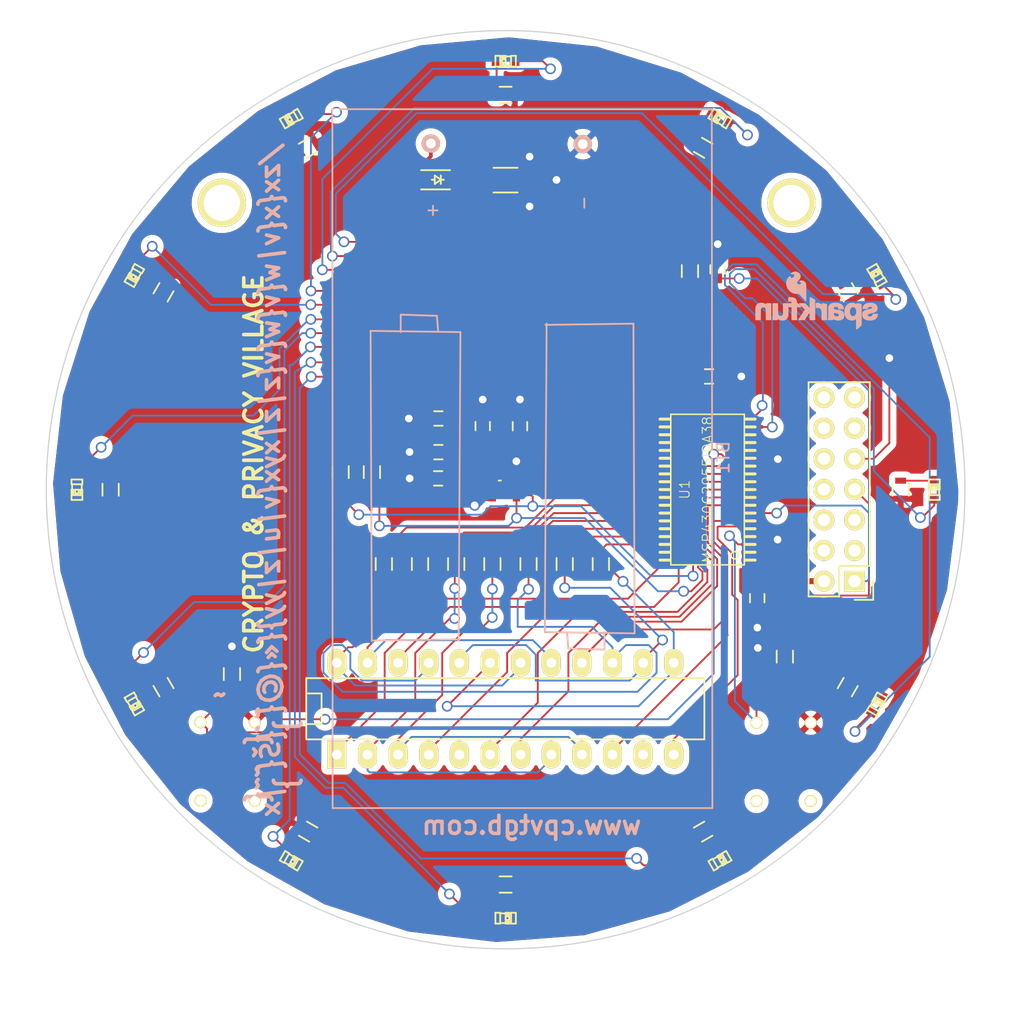
<source format=kicad_pcb>
(kicad_pcb (version 4) (host pcbnew "(2015-07-11 BZR 5925, Git c291b88)-product")
  (layers (0 F.Cu signal) (31 B.Cu signal) (34 B.Paste user) (35 F.Paste user) (36 B.SilkS user) (37 F.SilkS user) (38 B.Mask user) (39 F.Mask user) (44 Edge.Cuts user))
  (net 0 "")
  (net 1 GND)
  (net 2 /3.3V)
  (net 3 "Net-(D1-Pad1)")
  (net 4 "/P1(0)")
  (net 5 "Net-(D2-Pad1)")
  (net 6 "Net-(D3-Pad1)")
  (net 7 "/P1(1)")
  (net 8 "Net-(D4-Pad1)")
  (net 9 "Net-(D5-Pad1)")
  (net 10 "/P1(2)")
  (net 11 "Net-(D6-Pad1)")
  (net 12 "Net-(D7-Pad1)")
  (net 13 "/P1(3)")
  (net 14 "Net-(D8-Pad1)")
  (net 15 "Net-(D9-Pad1)")
  (net 16 "/P1(4)")
  (net 17 "Net-(D10-Pad1)")
  (net 18 "Net-(D11-Pad1)")
  (net 19 "/P1(5)")
  (net 20 "Net-(D12-Pad1)")
  (net 21 "/P3(5)")
  (net 22 "/P3(6)")
  (net 23 "/P3(7)")
  (net 24 /SDA)
  (net 25 /SCL)
  (net 26 "/P4(3)")
  (net 27 /INT1)
  (net 28 "Net-(U3-Pad3)")
  (net 29 "Net-(C9-Pad2)")
  (net 30 "Net-(C10-Pad1)")
  (net 31 "/P4(4)")
  (net 32 "/P2(3)")
  (net 33 "/P2(4)")
  (net 34 "Net-(P1-Pad10)")
  (net 35 "Net-(P1-Pad11)")
  (net 36 "Net-(P1-Pad12)")
  (net 37 "Net-(P1-Pad13)")
  (net 38 "Net-(P1-Pad14)")
  (net 39 "Net-(P1-Pad4)")
  (net 40 "Net-(P1-Pad6)")
  (net 41 "Net-(P1-Pad8)")
  (net 42 "/P4(5)")
  (net 43 "/P4(6)")
  (net 44 "/P4(7)")
  (net 45 /ANODE_a)
  (net 46 /ANODE_b)
  (net 47 /ANODE_c)
  (net 48 /ANODE_d)
  (net 49 /ANODE_e)
  (net 50 /~RST)
  (net 51 /CATHODE_1)
  (net 52 /CATHODE_2)
  (net 53 /CATHODE_3)
  (net 54 /CATHODE_4)
  (net 55 /CATHODE_5)
  (net 56 /CATHODE_7)
  (net 57 /CATHODE_6)
  (net 58 /ANODE_f)
  (net 59 /ANODE_g)
  (net 60 /ANODE_dp)
  (net 61 /CATHODE_8)
  (net 62 "Net-(P1-Pad3)")
  (net 63 "Net-(P1-Pad5)")
  (net 64 /SBWTCK)
  (net 65 "/P2(5)")
  (net 66 /BAT+)
  (net 67 "/P3(4)")
  (net 68 "/P4(1)")
  (net 69 "/P4(2)")
  (net 70 "Net-(U1-Pad17)")
  (net 71 "/P3(3)")
  (module push_btn (layer F.Cu) (at 126.91 120.94 270)
    (fp_text reference SW1)
    (fp_text value SW_PUSH)
    (pad 3 thru_hole circle (at 6.5 0.01 270) (size 1 1) (drill 0.75) (layers *.Cu *.Mask F.SilkS))
    (pad 1 thru_hole circle (at 0 0 270) (size 1 1) (drill 0.75) (layers *.Cu *.Mask F.SilkS) (net 2 /3.3V))
    (pad 4 thru_hole circle (at 6.5 4.5 270) (size 1 1) (drill 0.75) (layers *.Cu *.Mask F.SilkS))
    (pad 2 thru_hole circle (at 0 4.5 270) (size 1 1) (drill 0.75) (layers *.Cu *.Mask F.SilkS) (net 65 "/P2(5)"))
  )
  (module Diodes_SMD:SOD-323 (layer F.Cu) (at 95.89 75.88)
    (fp_text reference D55 hide)
    (fp_text value DIODE hide)
    (pad 1 smd rect (at -1.055 0) (size 0.59 0.45) (layers F.Cu F.Paste F.Mask) (net 66 /BAT+))
    (pad 2 smd rect (at 1.055 0) (size 0.59 0.45) (layers F.Cu F.Paste F.Mask) (net 2 /3.3V))
  )
  (module CVBADGE:Battery (layer B.Cu) (at 118.75 128.02 90)
    (fp_text reference BT1 (at 29.1 0.9 90) (layer B.SilkS) (effects (justify mirror)))
    (fp_text value Battery hide)
    (fp_text user - (at 50.2 -10.7 90) (layer B.SilkS) (effects (justify mirror)))
    (fp_text user + (at 49.6 -23.25 90) (layer B.SilkS) (effects (justify mirror)))
    (pad 2 thru_hole circle (at 55.1 -10.75 90) (size 1.524 1.524) (drill 0.8128) (layers *.Cu *.Mask B.SilkS) (net 1 GND))
    (pad 1 thru_hole circle (at 55.15 -23.35 90) (size 1.524 1.524) (drill 0.8128) (layers *.Cu *.Mask B.SilkS) (net 66 /BAT+))
  )
  (module Resistors_SMD:R_0603 (layer F.Cu) (at 109.5 107.77 270)
    (fp_text reference R22 hide)
    (fp_text value 680 hide)
    (pad 1 smd rect (at -0.75 0 270) (size 0.5 0.9) (layers F.Cu F.Paste F.Mask) (net 19 "/P1(5)"))
    (pad 2 smd rect (at 0.75 0 270) (size 0.5 0.9) (layers F.Cu F.Paste F.Mask) (net 59 /ANODE_g))
  )
  (module Resistors_SMD:R_0603 (layer F.Cu) (at 106.5 107.77 270)
    (fp_text reference R21 hide)
    (fp_text value 680 hide)
    (pad 1 smd rect (at -0.75 0 270) (size 0.5 0.9) (layers F.Cu F.Paste F.Mask) (net 16 "/P1(4)"))
    (pad 2 smd rect (at 0.75 0 270) (size 0.5 0.9) (layers F.Cu F.Paste F.Mask) (net 48 /ANODE_d))
  )
  (module Resistors_SMD:R_0603 (layer F.Cu) (at 103.5 107.77 270)
    (fp_text reference R18 hide)
    (fp_text value 680 hide)
    (pad 1 smd rect (at -0.75 0 270) (size 0.5 0.9) (layers F.Cu F.Paste F.Mask) (net 13 "/P1(3)"))
    (pad 2 smd rect (at 0.75 0 270) (size 0.5 0.9) (layers F.Cu F.Paste F.Mask) (net 58 /ANODE_f))
  )
  (module Resistors_SMD:R_0603 (layer F.Cu) (at 100.5 107.77 270)
    (fp_text reference R17 hide)
    (fp_text value 680 hide)
    (pad 1 smd rect (at -0.75 0 270) (size 0.5 0.9) (layers F.Cu F.Paste F.Mask) (net 10 "/P1(2)"))
    (pad 2 smd rect (at 0.75 0 270) (size 0.5 0.9) (layers F.Cu F.Paste F.Mask) (net 47 /ANODE_c))
  )
  (module Resistors_SMD:R_0603 (layer F.Cu) (at 97.5 107.77 270)
    (fp_text reference R16 hide)
    (fp_text value 680 hide)
    (pad 1 smd rect (at -0.75 0 270) (size 0.5 0.9) (layers F.Cu F.Paste F.Mask) (net 7 "/P1(1)"))
    (pad 2 smd rect (at 0.75 0 270) (size 0.5 0.9) (layers F.Cu F.Paste F.Mask) (net 49 /ANODE_e))
  )
  (module Resistors_SMD:R_0603 (layer F.Cu) (at 94.5 107.77 270)
    (fp_text reference R15 hide)
    (fp_text value 680 hide)
    (pad 1 smd rect (at -0.75 0 270) (size 0.5 0.9) (layers F.Cu F.Paste F.Mask) (net 4 "/P1(0)"))
    (pad 2 smd rect (at 0.75 0 270) (size 0.5 0.9) (layers F.Cu F.Paste F.Mask) (net 46 /ANODE_b))
  )
  (module Resistors_SMD:R_0603 (layer F.Cu) (at 91.5 107.77 270)
    (fp_text reference R14 hide)
    (fp_text value 680 hide)
    (pad 1 smd rect (at -0.75 0 270) (size 0.5 0.9) (layers F.Cu F.Paste F.Mask) (net 33 "/P2(4)"))
    (pad 2 smd rect (at 0.75 0 270) (size 0.5 0.9) (layers F.Cu F.Paste F.Mask) (net 45 /ANODE_a))
  )
  (module Sockets_DIP:DIP-24__300_ELL (layer F.Cu) (at 101.574 119.778)
    (fp_text reference U4 hide)
    (fp_text value 7SEGMENT hide)
    (pad 1 thru_hole rect (at -13.97 3.81) (size 1.5748 2.286) (drill 0.8128) (layers *.Cu *.Mask F.SilkS) (net 51 /CATHODE_1))
    (pad 2 thru_hole oval (at -11.43 3.81) (size 1.5748 2.286) (drill 0.8128) (layers *.Cu *.Mask F.SilkS) (net 49 /ANODE_e))
    (pad 3 thru_hole oval (at -8.89 3.81) (size 1.5748 2.286) (drill 0.8128) (layers *.Cu *.Mask F.SilkS) (net 47 /ANODE_c))
    (pad 4 thru_hole oval (at -6.35 3.81) (size 1.5748 2.286) (drill 0.8128) (layers *.Cu *.Mask F.SilkS) (net 53 /CATHODE_3))
    (pad 5 thru_hole oval (at -3.81 3.81) (size 1.5748 2.286) (drill 0.8128) (layers *.Cu *.Mask F.SilkS) (net 60 /ANODE_dp))
    (pad 6 thru_hole oval (at -1.27 3.81) (size 1.5748 2.286) (drill 0.8128) (layers *.Cu *.Mask F.SilkS) (net 54 /CATHODE_4))
    (pad 13 thru_hole oval (at 1.27 3.81) (size 1.5748 2.286) (drill 0.8128) (layers *.Cu *.Mask F.SilkS) (net 55 /CATHODE_5))
    (pad 14 thru_hole oval (at 3.81 3.81) (size 1.5748 2.286) (drill 0.8128) (layers *.Cu *.Mask F.SilkS) (net 49 /ANODE_e))
    (pad 15 thru_hole oval (at 6.35 3.81) (size 1.5748 2.286) (drill 0.8128) (layers *.Cu *.Mask F.SilkS) (net 47 /ANODE_c))
    (pad 16 thru_hole oval (at 8.89 3.81) (size 1.5748 2.286) (drill 0.8128) (layers *.Cu *.Mask F.SilkS) (net 56 /CATHODE_7))
    (pad 17 thru_hole oval (at 11.43 3.81) (size 1.5748 2.286) (drill 0.8128) (layers *.Cu *.Mask F.SilkS) (net 60 /ANODE_dp))
    (pad 18 thru_hole oval (at 13.97 3.81) (size 1.5748 2.286) (drill 0.8128) (layers *.Cu *.Mask F.SilkS) (net 61 /CATHODE_8))
    (pad 19 thru_hole oval (at 13.97 -3.81) (size 1.5748 2.286) (drill 0.8128) (layers *.Cu *.Mask F.SilkS) (net 59 /ANODE_g))
    (pad 20 thru_hole oval (at 11.43 -3.81) (size 1.5748 2.286) (drill 0.8128) (layers *.Cu *.Mask F.SilkS) (net 48 /ANODE_d))
    (pad 21 thru_hole oval (at 8.89 -3.81) (size 1.5748 2.286) (drill 0.8128) (layers *.Cu *.Mask F.SilkS) (net 58 /ANODE_f))
    (pad 22 thru_hole oval (at 6.35 -3.81) (size 1.5748 2.286) (drill 0.8128) (layers *.Cu *.Mask F.SilkS) (net 57 /CATHODE_6))
    (pad 23 thru_hole oval (at 3.81 -3.81) (size 1.5748 2.286) (drill 0.8128) (layers *.Cu *.Mask F.SilkS) (net 46 /ANODE_b))
    (pad 24 thru_hole oval (at 1.27 -3.81) (size 1.5748 2.286) (drill 0.8128) (layers *.Cu *.Mask F.SilkS) (net 45 /ANODE_a))
    (pad 7 thru_hole oval (at -1.27 -3.81) (size 1.5748 2.286) (drill 0.8128) (layers *.Cu *.Mask F.SilkS) (net 59 /ANODE_g))
    (pad 8 thru_hole oval (at -3.81 -3.81) (size 1.5748 2.286) (drill 0.8128) (layers *.Cu *.Mask F.SilkS) (net 48 /ANODE_d))
    (pad 9 thru_hole oval (at -6.35 -3.81) (size 1.5748 2.286) (drill 0.8128) (layers *.Cu *.Mask F.SilkS) (net 58 /ANODE_f))
    (pad 10 thru_hole oval (at -8.89 -3.81) (size 1.5748 2.286) (drill 0.8128) (layers *.Cu *.Mask F.SilkS) (net 52 /CATHODE_2))
    (pad 11 thru_hole oval (at -11.43 -3.81) (size 1.5748 2.286) (drill 0.8128) (layers *.Cu *.Mask F.SilkS) (net 46 /ANODE_b))
    (pad 12 thru_hole oval (at -13.97 -3.81) (size 1.5748 2.286) (drill 0.8128) (layers *.Cu *.Mask F.SilkS) (net 45 /ANODE_a))
  )
  (module CV:hole (layer F.Cu) (at 78.486 78.994)
    (fp_text reference hole_l hide)
    (fp_text value hole)
    (pad 1 thru_hole circle (at -0.42 -1.2) (size 4 4) (drill 3) (layers *.Cu *.Mask F.SilkS))
  )
  (module Resistors_SMD:R_0603 (layer F.Cu) (at 117.983 73.223812 150)
    (fp_text reference R6 hide)
    (fp_text value 499 hide)
    (pad 1 smd rect (at -0.75 0 150) (size 0.5 0.9) (layers F.Cu F.Paste F.Mask) (net 2 /3.3V))
    (pad 2 smd rect (at 0.75 0 150) (size 0.5 0.9) (layers F.Cu F.Paste F.Mask) (net 11 "Net-(D6-Pad1)"))
  )
  (module Resistors_SMD:R_0603 (layer F.Cu) (at 129.976188 85.217 120)
    (fp_text reference R5 hide)
    (fp_text value 499 hide)
    (pad 1 smd rect (at -0.75 0 120) (size 0.5 0.9) (layers F.Cu F.Paste F.Mask) (net 2 /3.3V))
    (pad 2 smd rect (at 0.75 0 120) (size 0.5 0.9) (layers F.Cu F.Paste F.Mask) (net 9 "Net-(D5-Pad1)"))
  )
  (module Resistors_SMD:R_0603 (layer F.Cu) (at 134.366 101.6 90)
    (fp_text reference R4 hide)
    (fp_text value 499 hide)
    (pad 1 smd rect (at -0.75 0 90) (size 0.5 0.9) (layers F.Cu F.Paste F.Mask) (net 2 /3.3V))
    (pad 2 smd rect (at 0.75 0 90) (size 0.5 0.9) (layers F.Cu F.Paste F.Mask) (net 8 "Net-(D4-Pad1)"))
  )
  (module Resistors_SMD:R_0603 (layer F.Cu) (at 129.976188 117.983 60)
    (fp_text reference R3 hide)
    (fp_text value 499 hide)
    (pad 1 smd rect (at -0.75 0 60) (size 0.5 0.9) (layers F.Cu F.Paste F.Mask) (net 2 /3.3V))
    (pad 2 smd rect (at 0.75 0 60) (size 0.5 0.9) (layers F.Cu F.Paste F.Mask) (net 6 "Net-(D3-Pad1)"))
  )
  (module Resistors_SMD:R_0603 (layer F.Cu) (at 117.983 129.976188 30)
    (fp_text reference R2 hide)
    (fp_text value 499 hide)
    (pad 1 smd rect (at -0.75 0 30) (size 0.5 0.9) (layers F.Cu F.Paste F.Mask) (net 2 /3.3V))
    (pad 2 smd rect (at 0.75 0 30) (size 0.5 0.9) (layers F.Cu F.Paste F.Mask) (net 5 "Net-(D2-Pad1)"))
  )
  (module Resistors_SMD:R_0603 (layer F.Cu) (at 101.6 134.366)
    (fp_text reference R1 hide)
    (fp_text value 499 hide)
    (pad 1 smd rect (at -0.75 0) (size 0.5 0.9) (layers F.Cu F.Paste F.Mask) (net 2 /3.3V))
    (pad 2 smd rect (at 0.75 0) (size 0.5 0.9) (layers F.Cu F.Paste F.Mask) (net 3 "Net-(D1-Pad1)"))
  )
  (module Resistors_SMD:R_0603 (layer F.Cu) (at 85.217 129.976188 330)
    (fp_text reference R12 hide)
    (fp_text value 499 hide)
    (pad 1 smd rect (at -0.75 0 330) (size 0.5 0.9) (layers F.Cu F.Paste F.Mask) (net 2 /3.3V))
    (pad 2 smd rect (at 0.75 0 330) (size 0.5 0.9) (layers F.Cu F.Paste F.Mask) (net 20 "Net-(D12-Pad1)"))
  )
  (module Resistors_SMD:R_0603 (layer F.Cu) (at 73.223812 117.983 300)
    (fp_text reference R11 hide)
    (fp_text value 499 hide)
    (pad 1 smd rect (at -0.75 0 300) (size 0.5 0.9) (layers F.Cu F.Paste F.Mask) (net 2 /3.3V))
    (pad 2 smd rect (at 0.75 0 300) (size 0.5 0.9) (layers F.Cu F.Paste F.Mask) (net 18 "Net-(D11-Pad1)"))
  )
  (module Resistors_SMD:R_0603 (layer F.Cu) (at 68.834 101.6 270)
    (fp_text reference R10 hide)
    (fp_text value 499 hide)
    (pad 1 smd rect (at -0.75 0 270) (size 0.5 0.9) (layers F.Cu F.Paste F.Mask) (net 2 /3.3V))
    (pad 2 smd rect (at 0.75 0 270) (size 0.5 0.9) (layers F.Cu F.Paste F.Mask) (net 17 "Net-(D10-Pad1)"))
  )
  (module Resistors_SMD:R_0603 (layer F.Cu) (at 73.223812 85.217 240)
    (fp_text reference R9 hide)
    (fp_text value 499 hide)
    (pad 1 smd rect (at -0.75 0 240) (size 0.5 0.9) (layers F.Cu F.Paste F.Mask) (net 2 /3.3V))
    (pad 2 smd rect (at 0.75 0 240) (size 0.5 0.9) (layers F.Cu F.Paste F.Mask) (net 15 "Net-(D9-Pad1)"))
  )
  (module Resistors_SMD:R_0603 (layer F.Cu) (at 85.217 73.223812 210)
    (fp_text reference R8 hide)
    (fp_text value 499 hide)
    (pad 1 smd rect (at -0.75 0 210) (size 0.5 0.9) (layers F.Cu F.Paste F.Mask) (net 2 /3.3V))
    (pad 2 smd rect (at 0.75 0 210) (size 0.5 0.9) (layers F.Cu F.Paste F.Mask) (net 14 "Net-(D8-Pad1)"))
  )
  (module LEDs:LED-0603 (layer F.Cu) (at 119.38 70.804137 330)
    (fp_text reference D6 hide)
    (fp_text value LED hide)
    (pad 2 smd rect (at 0.7493 0 150) (size 0.79756 0.79756) (layers F.Cu F.Paste F.Mask) (net 31 "/P4(4)"))
    (pad 1 smd rect (at -0.7493 0 150) (size 0.79756 0.79756) (layers F.Cu F.Paste F.Mask) (net 11 "Net-(D6-Pad1)"))
  )
  (module LEDs:LED-0603 (layer F.Cu) (at 132.395863 83.82 300)
    (fp_text reference D5 hide)
    (fp_text value LED hide)
    (pad 2 smd rect (at 0.7493 0 120) (size 0.79756 0.79756) (layers F.Cu F.Paste F.Mask) (net 26 "/P4(3)"))
    (pad 1 smd rect (at -0.7493 0 120) (size 0.79756 0.79756) (layers F.Cu F.Paste F.Mask) (net 9 "Net-(D5-Pad1)"))
  )
  (module LEDs:LED-0603 (layer F.Cu) (at 137.16 101.6 270)
    (fp_text reference D4 hide)
    (fp_text value LED hide)
    (pad 2 smd rect (at 0.7493 0 90) (size 0.79756 0.79756) (layers F.Cu F.Paste F.Mask) (net 68 "/P4(1)"))
    (pad 1 smd rect (at -0.7493 0 90) (size 0.79756 0.79756) (layers F.Cu F.Paste F.Mask) (net 8 "Net-(D4-Pad1)"))
  )
  (module LEDs:LED-0603 (layer F.Cu) (at 132.395863 119.38 240)
    (fp_text reference D3 hide)
    (fp_text value LED hide)
    (pad 2 smd rect (at 0.7493 0 60) (size 0.79756 0.79756) (layers F.Cu F.Paste F.Mask) (net 69 "/P4(2)"))
    (pad 1 smd rect (at -0.7493 0 60) (size 0.79756 0.79756) (layers F.Cu F.Paste F.Mask) (net 6 "Net-(D3-Pad1)"))
  )
  (module LEDs:LED-0603 (layer F.Cu) (at 119.38 132.395863 210)
    (fp_text reference D2 hide)
    (fp_text value LED hide)
    (pad 2 smd rect (at 0.7493 0 30) (size 0.79756 0.79756) (layers F.Cu F.Paste F.Mask) (net 32 "/P2(3)"))
    (pad 1 smd rect (at -0.7493 0 30) (size 0.79756 0.79756) (layers F.Cu F.Paste F.Mask) (net 5 "Net-(D2-Pad1)"))
  )
  (module LEDs:LED-0603 (layer F.Cu) (at 101.6 137.16 180)
    (fp_text reference D1 hide)
    (fp_text value LED hide)
    (pad 2 smd rect (at 0.7493 0) (size 0.79756 0.79756) (layers F.Cu F.Paste F.Mask) (net 23 "/P3(7)"))
    (pad 1 smd rect (at -0.7493 0) (size 0.79756 0.79756) (layers F.Cu F.Paste F.Mask) (net 3 "Net-(D1-Pad1)"))
  )
  (module LEDs:LED-0603 (layer F.Cu) (at 83.82 132.395863 150)
    (fp_text reference D12 hide)
    (fp_text value LED hide)
    (pad 2 smd rect (at 0.7493 0 330) (size 0.79756 0.79756) (layers F.Cu F.Paste F.Mask) (net 22 "/P3(6)"))
    (pad 1 smd rect (at -0.7493 0 330) (size 0.79756 0.79756) (layers F.Cu F.Paste F.Mask) (net 20 "Net-(D12-Pad1)"))
  )
  (module LEDs:LED-0603 (layer F.Cu) (at 70.804137 119.38 120)
    (fp_text reference D11 hide)
    (fp_text value LED hide)
    (pad 2 smd rect (at 0.7493 0 300) (size 0.79756 0.79756) (layers F.Cu F.Paste F.Mask) (net 21 "/P3(5)"))
    (pad 1 smd rect (at -0.7493 0 300) (size 0.79756 0.79756) (layers F.Cu F.Paste F.Mask) (net 18 "Net-(D11-Pad1)"))
  )
  (module LEDs:LED-0603 (layer F.Cu) (at 66.04 101.6 90)
    (fp_text reference D10 hide)
    (fp_text value LED hide)
    (pad 2 smd rect (at 0.7493 0 270) (size 0.79756 0.79756) (layers F.Cu F.Paste F.Mask) (net 67 "/P3(4)"))
    (pad 1 smd rect (at -0.7493 0 270) (size 0.79756 0.79756) (layers F.Cu F.Paste F.Mask) (net 17 "Net-(D10-Pad1)"))
  )
  (module LEDs:LED-0603 (layer F.Cu) (at 70.804137 83.82 60)
    (fp_text reference D9 hide)
    (fp_text value LED hide)
    (pad 2 smd rect (at 0.7493 0 240) (size 0.79756 0.79756) (layers F.Cu F.Paste F.Mask) (net 44 "/P4(7)"))
    (pad 1 smd rect (at -0.7493 0 240) (size 0.79756 0.79756) (layers F.Cu F.Paste F.Mask) (net 15 "Net-(D9-Pad1)"))
  )
  (module LEDs:LED-0603 (layer F.Cu) (at 83.82 70.804137 30)
    (fp_text reference D8 hide)
    (fp_text value LED hide)
    (pad 2 smd rect (at 0.7493 0 210) (size 0.79756 0.79756) (layers F.Cu F.Paste F.Mask) (net 43 "/P4(6)"))
    (pad 1 smd rect (at -0.7493 0 210) (size 0.79756 0.79756) (layers F.Cu F.Paste F.Mask) (net 14 "Net-(D8-Pad1)"))
  )
  (module Capacitors_SMD:C_0603 (layer F.Cu) (at 118.47 92.2)
    (fp_text reference C1 hide)
    (fp_text value 0.1uf hide)
    (pad 1 smd rect (at -0.75 0) (size 0.8 0.75) (layers F.Cu F.Paste F.Mask) (net 2 /3.3V))
    (pad 2 smd rect (at 0.75 0) (size 0.8 0.75) (layers F.Cu F.Paste F.Mask) (net 1 GND))
  )
  (module Capacitors_SMD:C_0603 (layer F.Cu) (at 122.47 110.6 270)
    (fp_text reference C2 hide)
    (fp_text value 0.1uf hide)
    (pad 1 smd rect (at -0.75 0 270) (size 0.8 0.75) (layers F.Cu F.Paste F.Mask) (net 2 /3.3V))
    (pad 2 smd rect (at 0.75 0 270) (size 0.8 0.75) (layers F.Cu F.Paste F.Mask) (net 1 GND))
  )
  (module Capacitors_SMD:C_0603 (layer F.Cu) (at 96.022 95.69 180)
    (fp_text reference C7 hide)
    (fp_text value 1uf hide)
    (pad 1 smd rect (at -0.75 0 180) (size 0.8 0.75) (layers F.Cu F.Paste F.Mask) (net 2 /3.3V))
    (pad 2 smd rect (at 0.75 0 180) (size 0.8 0.75) (layers F.Cu F.Paste F.Mask) (net 1 GND))
  )
  (module Capacitors_SMD:C_0603 (layer F.Cu) (at 96.022 98.484 180)
    (fp_text reference C8 hide)
    (fp_text value 100nf hide)
    (pad 1 smd rect (at -0.75 0 180) (size 0.8 0.75) (layers F.Cu F.Paste F.Mask) (net 2 /3.3V))
    (pad 2 smd rect (at 0.75 0 180) (size 0.8 0.75) (layers F.Cu F.Paste F.Mask) (net 1 GND))
  )
  (module Capacitors_SMD:C_0603 (layer F.Cu) (at 96 100.66 180)
    (fp_text reference C10 hide)
    (fp_text value 100nf hide)
    (pad 1 smd rect (at -0.75 0 180) (size 0.8 0.75) (layers F.Cu F.Paste F.Mask) (net 30 "Net-(C10-Pad1)"))
    (pad 2 smd rect (at 0.75 0 180) (size 0.8 0.75) (layers F.Cu F.Paste F.Mask) (net 1 GND))
  )
  (module Capacitors_SMD:C_0603 (layer F.Cu) (at 102.79 96.33 90)
    (fp_text reference C11 hide)
    (fp_text value 100nf hide)
    (pad 1 smd rect (at -0.75 0 90) (size 0.8 0.75) (layers F.Cu F.Paste F.Mask) (net 2 /3.3V))
    (pad 2 smd rect (at 0.75 0 90) (size 0.8 0.75) (layers F.Cu F.Paste F.Mask) (net 1 GND))
  )
  (module Resistors_SMD:R_0603 (layer F.Cu) (at 90.51 100.14 270)
    (fp_text reference R19 hide)
    (fp_text value 4.7k hide)
    (pad 1 smd rect (at -0.75 0 270) (size 0.5 0.9) (layers F.Cu F.Paste F.Mask) (net 2 /3.3V))
    (pad 2 smd rect (at 0.75 0 270) (size 0.5 0.9) (layers F.Cu F.Paste F.Mask) (net 24 /SDA))
  )
  (module Resistors_SMD:R_0603 (layer F.Cu) (at 87.91 100.14 270)
    (fp_text reference R20 hide)
    (fp_text value 4.7k hide)
    (pad 1 smd rect (at -0.75 0 270) (size 0.5 0.9) (layers F.Cu F.Paste F.Mask) (net 2 /3.3V))
    (pad 2 smd rect (at 0.75 0 270) (size 0.5 0.9) (layers F.Cu F.Paste F.Mask) (net 25 /SCL))
  )
  (module CV:AB2_TSSOP38_W (layer F.Cu) (at 118.35 101.59 90)
    (fp_text reference U1 (at 0 -1.9 90) (layer F.SilkS) (effects (font (size 0.8128 0.8128) (thickness 0.0762))))
    (fp_text value MSP430G2955IDA38 (at 0 0 90) (layer F.SilkS) (effects (font (size 0.8128 0.8128) (thickness 0.0762))))
    (pad 1 smd rect (at -5.85 3.7 90) (size 0.3 1.8) (layers F.Cu F.Paste F.Mask) (net 64 /SBWTCK))
    (pad 2 smd rect (at -5.2 3.7 90) (size 0.3 1.8) (layers F.Cu F.Paste F.Mask) (net 2 /3.3V))
    (pad 3 smd rect (at -4.55 3.7 90) (size 0.3 1.8) (layers F.Cu F.Paste F.Mask) (net 65 "/P2(5)"))
    (pad 4 smd rect (at -3.9 3.7 90) (size 0.3 1.8) (layers F.Cu F.Paste F.Mask) (net 1 GND))
    (pad 5 smd rect (at -3.25 3.7 90) (size 0.3 1.8) (layers F.Cu F.Paste F.Mask) (net 61 /CATHODE_8))
    (pad 6 smd rect (at -2.6 3.7 90) (size 0.3 1.8) (layers F.Cu F.Paste F.Mask) (net 56 /CATHODE_7))
    (pad 7 smd rect (at -1.95 3.7 90) (size 0.3 1.8) (layers F.Cu F.Paste F.Mask) (net 50 /~RST))
    (pad 8 smd rect (at -1.3 3.7 90) (size 0.3 1.8) (layers F.Cu F.Paste F.Mask) (net 57 /CATHODE_6))
    (pad 9 smd rect (at -0.65 3.7 90) (size 0.3 1.8) (layers F.Cu F.Paste F.Mask) (net 55 /CATHODE_5))
    (pad 10 smd rect (at 0 3.7 90) (size 0.3 1.8) (layers F.Cu F.Paste F.Mask) (net 54 /CATHODE_4))
    (pad 11 smd rect (at 0.65 3.7 90) (size 0.3 1.8) (layers F.Cu F.Paste F.Mask) (net 53 /CATHODE_3))
    (pad 12 smd rect (at 1.3 3.7 90) (size 0.3 1.8) (layers F.Cu F.Paste F.Mask) (net 24 /SDA))
    (pad 13 smd rect (at 1.95 3.7 90) (size 0.3 1.8) (layers F.Cu F.Paste F.Mask) (net 25 /SCL))
    (pad 14 smd rect (at 2.6 3.7 90) (size 0.3 1.8) (layers F.Cu F.Paste F.Mask) (net 71 "/P3(3)"))
    (pad 15 smd rect (at 3.25 3.7 90) (size 0.3 1.8) (layers F.Cu F.Paste F.Mask) (net 1 GND))
    (pad 16 smd rect (at 3.9 3.7 90) (size 0.3 1.8) (layers F.Cu F.Paste F.Mask) (net 2 /3.3V))
    (pad 17 smd rect (at 4.55 3.7 90) (size 0.3 1.8) (layers F.Cu F.Paste F.Mask) (net 70 "Net-(U1-Pad17)"))
    (pad 18 smd rect (at 5.2 3.7 90) (size 0.3 1.8) (layers F.Cu F.Paste F.Mask) (net 68 "/P4(1)"))
    (pad 19 smd rect (at 5.85 3.7 90) (size 0.3 1.8) (layers F.Cu F.Paste F.Mask) (net 69 "/P4(2)"))
    (pad 20 smd rect (at 5.85 -3.7 90) (size 0.3 1.8) (layers F.Cu F.Paste F.Mask) (net 26 "/P4(3)"))
    (pad 21 smd rect (at 5.2 -3.7 90) (size 0.3 1.8) (layers F.Cu F.Paste F.Mask) (net 31 "/P4(4)"))
    (pad 22 smd rect (at 4.55 -3.7 90) (size 0.3 1.8) (layers F.Cu F.Paste F.Mask) (net 42 "/P4(5)"))
    (pad 23 smd rect (at 3.9 -3.7 90) (size 0.3 1.8) (layers F.Cu F.Paste F.Mask) (net 43 "/P4(6)"))
    (pad 24 smd rect (at 3.25 -3.7 90) (size 0.3 1.8) (layers F.Cu F.Paste F.Mask) (net 44 "/P4(7)"))
    (pad 25 smd rect (at 2.6 -3.7 90) (size 0.3 1.8) (layers F.Cu F.Paste F.Mask) (net 67 "/P3(4)"))
    (pad 26 smd rect (at 1.95 -3.7 90) (size 0.3 1.8) (layers F.Cu F.Paste F.Mask) (net 21 "/P3(5)"))
    (pad 27 smd rect (at 1.3 -3.7 90) (size 0.3 1.8) (layers F.Cu F.Paste F.Mask) (net 22 "/P3(6)"))
    (pad 28 smd rect (at 0.65 -3.7 90) (size 0.3 1.8) (layers F.Cu F.Paste F.Mask) (net 23 "/P3(7)"))
    (pad 29 smd rect (at 0 -3.7 90) (size 0.3 1.8) (layers F.Cu F.Paste F.Mask) (net 32 "/P2(3)"))
    (pad 30 smd rect (at -0.65 -3.7 90) (size 0.3 1.8) (layers F.Cu F.Paste F.Mask) (net 33 "/P2(4)"))
    (pad 31 smd rect (at -1.3 -3.7 90) (size 0.3 1.8) (layers F.Cu F.Paste F.Mask) (net 4 "/P1(0)"))
    (pad 32 smd rect (at -1.95 -3.7 90) (size 0.3 1.8) (layers F.Cu F.Paste F.Mask) (net 7 "/P1(1)"))
    (pad 33 smd rect (at -2.6 -3.7 90) (size 0.3 1.8) (layers F.Cu F.Paste F.Mask) (net 10 "/P1(2)"))
    (pad 34 smd rect (at -3.25 -3.7 90) (size 0.3 1.8) (layers F.Cu F.Paste F.Mask) (net 13 "/P1(3)"))
    (pad 35 smd rect (at -3.9 -3.7 90) (size 0.3 1.8) (layers F.Cu F.Paste F.Mask) (net 16 "/P1(4)"))
    (pad 36 smd rect (at -4.55 -3.7 90) (size 0.3 1.8) (layers F.Cu F.Paste F.Mask) (net 19 "/P1(5)"))
    (pad 37 smd rect (at -5.2 -3.7 90) (size 0.3 1.8) (layers F.Cu F.Paste F.Mask) (net 52 /CATHODE_2))
    (pad 38 smd rect (at -5.85 -3.7 90) (size 0.3 1.8) (layers F.Cu F.Paste F.Mask) (net 51 /CATHODE_1))
  )
  (module Capacitors_SMD:C_0603 (layer F.Cu) (at 99.7 96.32 270)
    (fp_text reference C9 hide)
    (fp_text value 100nf hide)
    (pad 1 smd rect (at -0.75 0 270) (size 0.8 0.75) (layers F.Cu F.Paste F.Mask) (net 1 GND))
    (pad 2 smd rect (at 0.75 0 270) (size 0.8 0.75) (layers F.Cu F.Paste F.Mask) (net 29 "Net-(C9-Pad2)"))
  )
  (module CVBADGE:MAG3110_10VFDFN (layer F.Cu) (at 100.5 100.86)
    (fp_text reference MAG hide)
    (fp_text value "" (at -0.53 11.45) (layer F.SilkS) (effects (font (size 1.5 1.5))))
    (pad 10 smd trapezoid (at 2 0) (size 0.6 0.225) (layers F.Cu F.Paste F.Mask) (net 1 GND))
    (pad 6 smd trapezoid (at 2 1.6) (size 0.6 0.225) (layers F.Cu F.Paste F.Mask) (net 24 /SDA))
    (pad 9 smd trapezoid (at 2 0.4) (size 0.6 0.225) (layers F.Cu F.Paste F.Mask) (net 27 /INT1))
    (pad 7 smd trapezoid (at 2 1.2) (size 0.6 0.225) (layers F.Cu F.Paste F.Mask) (net 25 /SCL))
    (pad 8 smd trapezoid (at 2 0.8) (size 0.6 0.225) (layers F.Cu F.Paste F.Mask) (net 2 /3.3V))
    (pad 4 smd trapezoid (at 0 1.2) (size 0.6 0.225) (layers F.Cu F.Paste F.Mask) (net 30 "Net-(C10-Pad1)"))
    (pad 5 smd trapezoid (at 0 1.6) (size 0.6 0.225) (layers F.Cu F.Paste F.Mask) (net 1 GND))
    (pad 3 smd trapezoid (at 0 0.8) (size 0.6 0.225) (layers F.Cu F.Paste F.Mask) (net 28 "Net-(U3-Pad3)"))
    (pad 2 smd trapezoid (at 0 0.4) (size 0.6 0.225) (layers F.Cu F.Paste F.Mask) (net 2 /3.3V))
    (pad 1 smd trapezoid (at 0 0) (size 0.6 0.225) (layers F.Cu F.Paste F.Mask) (net 29 "Net-(C9-Pad2)"))
  )
  (module Resistors_SMD:R_0603 (layer F.Cu) (at 116.89 83.46 270)
    (fp_text reference R24 hide)
    (fp_text value 47k hide)
    (pad 1 smd rect (at -0.75 0 270) (size 0.5 0.9) (layers F.Cu F.Paste F.Mask) (net 2 /3.3V))
    (pad 2 smd rect (at 0.75 0 270) (size 0.5 0.9) (layers F.Cu F.Paste F.Mask) (net 50 /~RST))
  )
  (module LEDs:LED-0603 (layer F.Cu) (at 101.6 66.04)
    (fp_text reference D7 hide)
    (fp_text value LED hide)
    (pad 2 smd rect (at 0.7493 0 180) (size 0.79756 0.79756) (layers F.Cu F.Paste F.Mask) (net 42 "/P4(5)"))
    (pad 1 smd rect (at -0.7493 0 180) (size 0.79756 0.79756) (layers F.Cu F.Paste F.Mask) (net 12 "Net-(D7-Pad1)"))
  )
  (module Resistors_SMD:R_0603 (layer F.Cu) (at 101.6 68.834 180)
    (fp_text reference R7 hide)
    (fp_text value 499 hide)
    (pad 1 smd rect (at -0.75 0 180) (size 0.5 0.9) (layers F.Cu F.Paste F.Mask) (net 2 /3.3V))
    (pad 2 smd rect (at 0.75 0 180) (size 0.5 0.9) (layers F.Cu F.Paste F.Mask) (net 12 "Net-(D7-Pad1)"))
  )
  (module CVBADGE:hole (layer F.Cu) (at 125.73 78.994)
    (fp_text reference hole_r hide)
    (fp_text value hole_r)
    (pad 1 thru_hole circle (at -0.42 -1.2) (size 4 4) (drill 3) (layers *.Cu *.Mask F.SilkS))
  )
  (module Pin_Headers:Pin_Header_Straight_2x07 (layer F.Cu) (at 130.54 109.19 180)
    (fp_text reference P1 hide)
    (fp_text value CONN_01X14)
    (pad 1 thru_hole rect (at 0 0 180) (size 1.7272 1.7272) (drill 1.016) (layers *.Cu *.Mask F.SilkS) (net 50 /~RST))
    (pad 2 thru_hole oval (at 2.54 0 180) (size 1.7272 1.7272) (drill 1.016) (layers *.Cu *.Mask F.SilkS) (net 2 /3.3V))
    (pad 3 thru_hole oval (at 0 2.54 180) (size 1.7272 1.7272) (drill 1.016) (layers *.Cu *.Mask F.SilkS) (net 62 "Net-(P1-Pad3)"))
    (pad 4 thru_hole oval (at 2.54 2.54 180) (size 1.7272 1.7272) (drill 1.016) (layers *.Cu *.Mask F.SilkS) (net 39 "Net-(P1-Pad4)"))
    (pad 5 thru_hole oval (at 0 5.08 180) (size 1.7272 1.7272) (drill 1.016) (layers *.Cu *.Mask F.SilkS) (net 63 "Net-(P1-Pad5)"))
    (pad 6 thru_hole oval (at 2.54 5.08 180) (size 1.7272 1.7272) (drill 1.016) (layers *.Cu *.Mask F.SilkS) (net 40 "Net-(P1-Pad6)"))
    (pad 7 thru_hole oval (at 0 7.62 180) (size 1.7272 1.7272) (drill 1.016) (layers *.Cu *.Mask F.SilkS) (net 64 /SBWTCK))
    (pad 8 thru_hole oval (at 2.54 7.62 180) (size 1.7272 1.7272) (drill 1.016) (layers *.Cu *.Mask F.SilkS) (net 41 "Net-(P1-Pad8)"))
    (pad 9 thru_hole oval (at 0 10.16 180) (size 1.7272 1.7272) (drill 1.016) (layers *.Cu *.Mask F.SilkS) (net 1 GND))
    (pad 10 thru_hole oval (at 2.54 10.16 180) (size 1.7272 1.7272) (drill 1.016) (layers *.Cu *.Mask F.SilkS) (net 34 "Net-(P1-Pad10)"))
    (pad 11 thru_hole oval (at 0 12.7 180) (size 1.7272 1.7272) (drill 1.016) (layers *.Cu *.Mask F.SilkS) (net 35 "Net-(P1-Pad11)"))
    (pad 12 thru_hole oval (at 2.54 12.7 180) (size 1.7272 1.7272) (drill 1.016) (layers *.Cu *.Mask F.SilkS) (net 36 "Net-(P1-Pad12)"))
    (pad 13 thru_hole oval (at 0 15.24 180) (size 1.7272 1.7272) (drill 1.016) (layers *.Cu *.Mask F.SilkS) (net 37 "Net-(P1-Pad13)"))
    (pad 14 thru_hole oval (at 2.54 15.24 180) (size 1.7272 1.7272) (drill 1.016) (layers *.Cu *.Mask F.SilkS) (net 38 "Net-(P1-Pad14)"))
  )
  (module Capacitors_SMD:C_0603 (layer F.Cu) (at 119.18 83.31 90)
    (fp_text reference 2.2nF1 hide)
    (fp_text value C hide)
    (pad 1 smd rect (at -0.75 0 90) (size 0.8 0.75) (layers F.Cu F.Paste F.Mask) (net 50 /~RST))
    (pad 2 smd rect (at 0.75 0 90) (size 0.8 0.75) (layers F.Cu F.Paste F.Mask) (net 1 GND))
  )
  (module Capacitors_SMD:C_1206_HandSoldering (layer F.Cu) (at 101.59 75.91)
    (fp_text reference C6 hide)
    (fp_text value 47uF hide)
    (pad 1 smd rect (at -2 0) (size 2 1.6) (layers F.Cu F.Paste F.Mask) (net 2 /3.3V))
    (pad 2 smd rect (at 2 0) (size 2 1.6) (layers F.Cu F.Paste F.Mask) (net 1 GND))
  )
  (module CVBADGE:bug (layer F.Cu) (at 75.21 108.64)
    (fp_text reference G*** hide)
    (fp_text value LOGO hide)
  )
  (module Resistors_SMD:R_0603 (layer F.Cu) (at 124.76 115.45 90)
    (fp_text reference R13 hide)
    (fp_text value R hide)
    (pad 1 smd rect (at -0.75 0 90) (size 0.5 0.9) (layers F.Cu F.Paste F.Mask) (net 65 "/P2(5)"))
    (pad 2 smd rect (at 0.75 0 90) (size 0.5 0.9) (layers F.Cu F.Paste F.Mask) (net 1 GND))
  )
  (module CVBADGE:push_btn (layer F.Cu) (at 80.8 120.9 270)
    (fp_text reference SW2)
    (fp_text value SW_PUSH)
    (pad 3 thru_hole circle (at 6.5 0.01 270) (size 1 1) (drill 0.75) (layers *.Cu *.Mask F.SilkS))
    (pad 1 thru_hole circle (at 0 0 270) (size 1 1) (drill 0.75) (layers *.Cu *.Mask F.SilkS) (net 2 /3.3V))
    (pad 4 thru_hole circle (at 6.5 4.5 270) (size 1 1) (drill 0.75) (layers *.Cu *.Mask F.SilkS))
    (pad 2 thru_hole circle (at 0 4.5 270) (size 1 1) (drill 0.75) (layers *.Cu *.Mask F.SilkS) (net 71 "/P3(3)"))
  )
  (module Resistors_SMD:R_0603 (layer F.Cu) (at 78.9 116.9 90)
    (fp_text reference R23 hide)
    (fp_text value R)
    (pad 1 smd rect (at -0.75 0 90) (size 0.5 0.9) (layers F.Cu F.Paste F.Mask) (net 71 "/P3(3)"))
    (pad 2 smd rect (at 0.75 0 90) (size 0.5 0.9) (layers F.Cu F.Paste F.Mask) (net 1 GND))
  )
  (module CVBADGE:sparkfun (layer B.Cu) (at 127.4 85.9 180)
    (fp_text reference G*** hide)
    (fp_text value LOGO hide)
  )
  (gr_text www.cpvtgb.com (at 103.75 129.44) (layer B.SilkS) (effects (font (size 1.5 1.5) (thickness 0.3)) (justify mirror)))
  (gr_text "~~~\n" (at 82.17 126 90) (layer B.SilkS) (effects (font (size 1.5 1.5) (thickness 0.3)) (justify mirror)))
  (gr_text "~~~\n" (at 82.17 121.23 90) (layer B.SilkS) (effects (font (size 1.5 1.5) (thickness 0.3)) (justify mirror)))
  (gr_text ~ (at 77.9 118.58) (layer B.SilkS) (effects (font (size 1.5 1.5) (thickness 0.3))))
  (gr_text "/zx{x{v|w{v{w{v{z|z|xyx{v|u|z|yy}{«{©{ {Š{ |x\n" (at 82.09 100.78 90) (layer B.SilkS) (effects (font (size 1.5 1.5) (thickness 0.3) italic) (justify mirror)))
  (gr_text "CRYPTO & PRIVACY VILLAGE" (at 80.7 99.44 90) (layer F.SilkS) (effects (font (size 1.5 1.5) (thickness 0.3))))
  (gr_circle (center 101.6 101.6) (end 63.5 101.6) (layer Edge.Cuts) (width 0.1))
  (segment (start 78.9 116.15) (end 78.9 114.6) (width 0.1524) (layer F.Cu) (net 1))
  (via (at 78.9 114.6) (size 0.889) (layers F.Cu B.Cu) (net 1))
  (segment (start 124.76 114.7) (end 122.55 114.7) (width 0.1524) (layer F.Cu) (net 1))
  (via (at 122.52 114.73) (size 0.889) (layers F.Cu B.Cu) (net 1))
  (segment (start 122.55 114.7) (end 122.52 114.73) (width 0.1524) (layer F.Cu) (net 1))
  (segment (start 130.54 99.03) (end 132.13 99.03) (width 0.1524) (layer F.Cu) (net 1))
  (via (at 133.43 90.68) (size 0.889) (layers F.Cu B.Cu) (net 1))
  (segment (start 133.43 97.73) (end 133.43 90.68) (width 0.1524) (layer F.Cu) (net 1))
  (segment (start 132.13 99.03) (end 133.43 97.73) (width 0.1524) (layer F.Cu) (net 1))
  (segment (start 103.59 75.91) (end 103.59 78.09) (width 0.1524) (layer F.Cu) (net 1))
  (via (at 103.59 78.09) (size 0.889) (drill 0.635) (layers F.Cu B.Cu) (net 1))
  (segment (start 103.59 75.91) (end 105.8 75.91) (width 0.1524) (layer F.Cu) (net 1))
  (segment (start 105.8 75.91) (end 105.82 75.89) (width 0.1524) (layer F.Cu) (net 1))
  (via (at 105.82 75.89) (size 0.889) (drill 0.635) (layers F.Cu B.Cu) (net 1))
  (segment (start 103.59 75.91) (end 103.59 73.96) (width 0.1524) (layer F.Cu) (net 1))
  (via (at 103.59 73.96) (size 0.889) (drill 0.635) (layers F.Cu B.Cu) (net 1))
  (segment (start 122.47 111.35) (end 122.47 113.04) (width 0.1524) (layer F.Cu) (net 1))
  (via (at 122.48 113.05) (size 0.889) (drill 0.635) (layers F.Cu B.Cu) (net 1))
  (segment (start 122.47 113.04) (end 122.48 113.05) (width 0.1524) (layer F.Cu) (net 1))
  (segment (start 119.22 92.2) (end 121.15 92.2) (width 0.1524) (layer F.Cu) (net 1))
  (via (at 121.15 92.2) (size 0.889) (drill 0.635) (layers F.Cu B.Cu) (net 1))
  (segment (start 102.79 95.58) (end 102.79 94.11) (width 0.1524) (layer F.Cu) (net 1))
  (via (at 102.79 94.11) (size 0.889) (drill 0.635) (layers F.Cu B.Cu) (net 1))
  (segment (start 99.7 95.57) (end 99.7 94.12) (width 0.1524) (layer F.Cu) (net 1))
  (via (at 99.7 94.12) (size 0.889) (drill 0.635) (layers F.Cu B.Cu) (net 1))
  (segment (start 95.272 95.69) (end 93.57 95.69) (width 0.1524) (layer F.Cu) (net 1))
  (via (at 93.57 95.69) (size 0.889) (drill 0.635) (layers F.Cu B.Cu) (net 1))
  (segment (start 95.272 98.484) (end 93.644 98.484) (width 0.1524) (layer F.Cu) (net 1))
  (segment (start 93.644 98.484) (end 93.63 98.47) (width 0.1524) (layer F.Cu) (net 1))
  (via (at 93.63 98.47) (size 0.889) (drill 0.635) (layers F.Cu B.Cu) (net 1))
  (segment (start 95.25 100.66) (end 93.64 100.66) (width 0.1524) (layer F.Cu) (net 1))
  (via (at 93.64 100.66) (size 0.889) (drill 0.635) (layers F.Cu B.Cu) (net 1))
  (segment (start 102.5 100.86) (end 102.5 99.25) (width 0.1524) (layer F.Cu) (net 1))
  (via (at 102.49 99.24) (size 0.889) (drill 0.635) (layers F.Cu B.Cu) (net 1))
  (segment (start 102.5 99.25) (end 102.49 99.24) (width 0.1524) (layer F.Cu) (net 1))
  (segment (start 119.18 82.56) (end 119.18 81.23) (width 0.1524) (layer F.Cu) (net 1))
  (segment (start 119.18 81.23) (end 119.19 81.22) (width 0.1524) (layer F.Cu) (net 1))
  (via (at 119.19 81.22) (size 0.889) (drill 0.635) (layers F.Cu B.Cu) (net 1))
  (via (at 99.03 102.89529) (size 0.889) (drill 0.635) (layers F.Cu B.Cu) (net 1))
  (segment (start 99.45529 102.47) (end 99.03 102.89529) (width 0.1524) (layer F.Cu) (net 1))
  (segment (start 100.58 102.47) (end 99.45529 102.47) (width 0.1524) (layer F.Cu) (net 1))
  (segment (start 125.26 105.74) (end 125.47 105.95) (width 0.1524) (layer B.Cu) (net 1))
  (segment (start 122.05 105.49) (end 123.91 105.49) (width 0.1524) (layer F.Cu) (net 1))
  (via (at 124.16 105.74) (size 0.889) (layers F.Cu B.Cu) (net 1))
  (segment (start 123.91 105.49) (end 124.16 105.74) (width 0.1524) (layer F.Cu) (net 1))
  (segment (start 124.16 105.74) (end 125.26 105.74) (width 0.1524) (layer B.Cu) (net 1))
  (segment (start 123.46 98.34) (end 124.18 99.06) (width 0.1524) (layer F.Cu) (net 1))
  (via (at 124.18 99.06) (size 0.889) (layers F.Cu B.Cu) (net 1))
  (segment (start 124.18 99.06) (end 124.3 99.18) (width 0.1524) (layer B.Cu) (net 1))
  (segment (start 124.3 99.18) (end 124.3 99.77) (width 0.1524) (layer B.Cu) (net 1))
  (segment (start 122.05 98.34) (end 123.46 98.34) (width 0.1524) (layer F.Cu) (net 1))
  (segment (start 122.05 106.79) (end 124.73 106.79) (width 0.3) (layer F.Cu) (net 2))
  (segment (start 96.945 75.88) (end 99.56 75.88) (width 0.3) (layer F.Cu) (net 2))
  (segment (start 99.56 75.88) (end 99.59 75.91) (width 0.3) (layer F.Cu) (net 2))
  (segment (start 123.95 97.69) (end 124.74 97.69) (width 0.1524) (layer F.Cu) (net 2))
  (segment (start 124.74 97.69) (end 125.94 98.89) (width 0.1524) (layer F.Cu) (net 2))
  (segment (start 125.94 98.89) (end 125.94 106.36) (width 0.1524) (layer F.Cu) (net 2))
  (segment (start 125.94 106.36) (end 125.51 106.79) (width 0.1524) (layer F.Cu) (net 2))
  (segment (start 125.51 106.79) (end 124.73 106.79) (width 0.1524) (layer F.Cu) (net 2))
  (segment (start 99.56 75.88) (end 99.59 75.91) (width 0.3) (layer F.Cu) (net 2))
  (segment (start 102.5 101.66) (end 104.67 101.66) (width 0.1524) (layer F.Cu) (net 2))
  (segment (start 100.5 101.26) (end 98.81 101.26) (width 0.1524) (layer F.Cu) (net 2))
  (segment (start 98.81 101.26) (end 98.8 101.25) (width 0.1524) (layer F.Cu) (net 2))
  (segment (start 123.836842 97.69) (end 123.95 97.69) (width 0.3) (layer F.Cu) (net 2))
  (segment (start 123.95 97.69) (end 124.01 97.69) (width 0.3) (layer F.Cu) (net 2))
  (segment (start 122.05 97.69) (end 123.836842 97.69) (width 0.3) (layer F.Cu) (net 2))
  (segment (start 124.01 97.69) (end 124.03 97.67) (width 0.3) (layer F.Cu) (net 2))
  (segment (start 102.35 134.366) (end 102.35 137.1593) (width 0.1524) (layer F.Cu) (net 3))
  (segment (start 102.35 137.1593) (end 102.3493 137.16) (width 0.1524) (layer F.Cu) (net 3))
  (segment (start 113.5976 102.89) (end 114.65 102.89) (width 0.1524) (layer F.Cu) (net 4))
  (segment (start 105.66475 102.89) (end 113.5976 102.89) (width 0.1524) (layer F.Cu) (net 4))
  (segment (start 103.408341 105.146409) (end 105.66475 102.89) (width 0.1524) (layer F.Cu) (net 4))
  (segment (start 98.15834 105.14641) (end 103.408341 105.146409) (width 0.1524) (layer F.Cu) (net 4))
  (segment (start 96.28475 107.02) (end 98.15834 105.14641) (width 0.1524) (layer F.Cu) (net 4))
  (segment (start 94.5 107.02) (end 96.28475 107.02) (width 0.1524) (layer F.Cu) (net 4))
  (segment (start 120.028913 132.021213) (end 118.632519 130.624819) (width 0.1524) (layer F.Cu) (net 5))
  (segment (start 118.632519 130.624819) (end 118.632519 129.601188) (width 0.1524) (layer F.Cu) (net 5))
  (segment (start 130.351188 117.333481) (end 131.372907 117.333481) (width 0.1524) (layer F.Cu) (net 6))
  (segment (start 131.372907 117.333481) (end 132.770513 118.731087) (width 0.1524) (layer F.Cu) (net 6))
  (segment (start 97.5 107.02) (end 98.1024 107.02) (width 0.1524) (layer F.Cu) (net 7))
  (segment (start 105.5895 103.54) (end 113.5976 103.54) (width 0.1524) (layer F.Cu) (net 7))
  (segment (start 103.576682 105.552818) (end 105.5895 103.54) (width 0.1524) (layer F.Cu) (net 7))
  (segment (start 99.56958 105.55282) (end 103.576682 105.552818) (width 0.1524) (layer F.Cu) (net 7))
  (segment (start 98.1024 107.02) (end 99.56958 105.55282) (width 0.1524) (layer F.Cu) (net 7))
  (segment (start 113.5976 103.54) (end 114.65 103.54) (width 0.1524) (layer F.Cu) (net 7))
  (segment (start 134.366 100.85) (end 137.1593 100.85) (width 0.1524) (layer F.Cu) (net 8))
  (segment (start 137.1593 100.85) (end 137.16 100.8507) (width 0.1524) (layer F.Cu) (net 8))
  (segment (start 129.601188 84.567481) (end 130.624819 84.567481) (width 0.1524) (layer F.Cu) (net 9))
  (segment (start 130.624819 84.567481) (end 132.021213 83.171087) (width 0.1524) (layer F.Cu) (net 9))
  (segment (start 113.5976 104.19) (end 114.65 104.19) (width 0.1524) (layer F.Cu) (net 10))
  (segment (start 102.163173 105.959227) (end 103.745023 105.959227) (width 0.1524) (layer F.Cu) (net 10))
  (segment (start 101.1024 107.02) (end 102.163173 105.959227) (width 0.1524) (layer F.Cu) (net 10))
  (segment (start 100.5 107.02) (end 101.1024 107.02) (width 0.1524) (layer F.Cu) (net 10))
  (segment (start 105.51425 104.19) (end 113.5976 104.19) (width 0.1524) (layer F.Cu) (net 10))
  (segment (start 103.745023 105.959227) (end 105.51425 104.19) (width 0.1524) (layer F.Cu) (net 10))
  (segment (start 117.333481 72.848812) (end 118.731087 71.451206) (width 0.1524) (layer F.Cu) (net 11))
  (segment (start 118.731087 71.451206) (end 118.731087 70.429487) (width 0.1524) (layer F.Cu) (net 11))
  (segment (start 100.85 68.834) (end 100.85 66.0407) (width 0.1524) (layer F.Cu) (net 12))
  (segment (start 100.85 66.0407) (end 100.8507 66.04) (width 0.1524) (layer F.Cu) (net 12))
  (segment (start 113.5976 104.84) (end 114.65 104.84) (width 0.1524) (layer F.Cu) (net 13))
  (segment (start 105.88 104.84) (end 113.5976 104.84) (width 0.1524) (layer F.Cu) (net 13))
  (segment (start 103.7 107.02) (end 105.88 104.84) (width 0.1524) (layer F.Cu) (net 13))
  (segment (start 103.5 107.02) (end 103.7 107.02) (width 0.1524) (layer F.Cu) (net 13))
  (segment (start 84.567481 73.598812) (end 84.567481 72.575181) (width 0.1524) (layer F.Cu) (net 14))
  (segment (start 84.567481 72.575181) (end 83.171087 71.178787) (width 0.1524) (layer F.Cu) (net 14))
  (segment (start 72.848812 85.866519) (end 71.827093 85.866519) (width 0.1524) (layer F.Cu) (net 15))
  (segment (start 71.827093 85.866519) (end 70.429487 84.468913) (width 0.1524) (layer F.Cu) (net 15))
  (segment (start 106.5 106.6176) (end 107.6276 105.49) (width 0.1524) (layer F.Cu) (net 16))
  (segment (start 106.5 107.02) (end 106.5 106.6176) (width 0.1524) (layer F.Cu) (net 16))
  (segment (start 113.5976 105.49) (end 114.65 105.49) (width 0.1524) (layer F.Cu) (net 16))
  (segment (start 107.6276 105.49) (end 113.5976 105.49) (width 0.1524) (layer F.Cu) (net 16))
  (segment (start 68.834 102.35) (end 66.0407 102.35) (width 0.1524) (layer F.Cu) (net 17))
  (segment (start 66.0407 102.35) (end 66.04 102.3493) (width 0.1524) (layer F.Cu) (net 17))
  (segment (start 73.598812 118.632519) (end 72.575181 118.632519) (width 0.1524) (layer F.Cu) (net 18))
  (segment (start 72.575181 118.632519) (end 71.178787 120.028913) (width 0.1524) (layer F.Cu) (net 18))
  (segment (start 109.5 107.02) (end 109.5 106.6176) (width 0.1524) (layer F.Cu) (net 19))
  (segment (start 109.5 106.6176) (end 109.9776 106.14) (width 0.1524) (layer F.Cu) (net 19))
  (segment (start 109.9776 106.14) (end 113.5976 106.14) (width 0.1524) (layer F.Cu) (net 19))
  (segment (start 113.5976 106.14) (end 114.65 106.14) (width 0.1524) (layer F.Cu) (net 19))
  (segment (start 85.866519 130.351188) (end 85.866519 131.372907) (width 0.1524) (layer F.Cu) (net 20))
  (segment (start 85.866519 131.372907) (end 84.468913 132.770513) (width 0.1524) (layer F.Cu) (net 20))
  (segment (start 108.59282 95.43857) (end 108.59282 99.45243) (width 0.1524) (layer F.Cu) (net 21))
  (segment (start 114.65 99.64) (end 108.78039 99.64) (width 0.1524) (layer F.Cu) (net 21))
  (segment (start 108.78039 99.64) (end 108.59282 99.45243) (width 0.1524) (layer F.Cu) (net 21))
  (segment (start 85.440068 88.607393) (end 101.761643 88.607393) (width 0.1524) (layer F.Cu) (net 21))
  (segment (start 101.761643 88.607393) (end 108.59282 95.43857) (width 0.1524) (layer F.Cu) (net 21))
  (segment (start 83.26 90.06) (end 84.712607 88.607393) (width 0.1524) (layer B.Cu) (net 21))
  (segment (start 84.712607 88.607393) (end 85.440068 88.607393) (width 0.1524) (layer B.Cu) (net 21))
  (via (at 85.440068 88.607393) (size 0.889) (drill 0.635) (layers F.Cu B.Cu) (net 21))
  (segment (start 83.26 91) (end 83.26 90.06) (width 0.1524) (layer B.Cu) (net 21))
  (segment (start 70.429487 118.731087) (end 70.429487 116.250513) (width 0.1524) (layer F.Cu) (net 21))
  (segment (start 83.26 109.57) (end 83.26 91) (width 0.1524) (layer B.Cu) (net 21))
  (segment (start 81.9 110.93) (end 83.26 109.57) (width 0.1524) (layer B.Cu) (net 21))
  (segment (start 75.75 110.93) (end 81.9 110.93) (width 0.1524) (layer B.Cu) (net 21))
  (segment (start 71.57 115.11) (end 75.75 110.93) (width 0.1524) (layer B.Cu) (net 21))
  (via (at 71.57 115.11) (size 0.889) (drill 0.635) (layers F.Cu B.Cu) (net 21))
  (segment (start 70.429487 116.250513) (end 71.57 115.11) (width 0.1524) (layer F.Cu) (net 21))
  (segment (start 85.41 89.75) (end 102.3295 89.75) (width 0.1524) (layer F.Cu) (net 22))
  (segment (start 102.3295 89.75) (end 108.18641 95.60691) (width 0.1524) (layer F.Cu) (net 22))
  (segment (start 108.18641 95.60691) (end 108.18641 99.919764) (width 0.1524) (layer F.Cu) (net 22))
  (segment (start 108.556646 100.29) (end 114.65 100.29) (width 0.1524) (layer F.Cu) (net 22))
  (segment (start 108.18641 99.919764) (end 108.556646 100.29) (width 0.1524) (layer F.Cu) (net 22))
  (segment (start 83.69 91.24) (end 83.92 91.24) (width 0.1524) (layer B.Cu) (net 22))
  (via (at 85.41 89.75) (size 0.889) (drill 0.635) (layers F.Cu B.Cu) (net 22))
  (segment (start 83.92 91.24) (end 85.41 89.75) (width 0.1524) (layer B.Cu) (net 22))
  (segment (start 83.171087 132.021213) (end 83.171087 131.231087) (width 0.1524) (layer F.Cu) (net 22))
  (segment (start 83.69 128.99) (end 83.69 91.24) (width 0.1524) (layer B.Cu) (net 22))
  (segment (start 82.31 130.37) (end 83.69 128.99) (width 0.1524) (layer B.Cu) (net 22))
  (via (at 82.31 130.37) (size 0.889) (drill 0.635) (layers F.Cu B.Cu) (net 22))
  (segment (start 83.171087 131.231087) (end 82.31 130.37) (width 0.1524) (layer F.Cu) (net 22))
  (segment (start 107.78 101.03) (end 109.111726 101.03) (width 0.1524) (layer F.Cu) (net 23))
  (segment (start 109.111726 101.03) (end 109.22 101.03) (width 0.1524) (layer F.Cu) (net 23))
  (segment (start 114.65 100.94) (end 113.5976 100.94) (width 0.1524) (layer F.Cu) (net 23))
  (segment (start 113.5976 100.94) (end 113.5076 101.03) (width 0.1524) (layer F.Cu) (net 23))
  (segment (start 113.5076 101.03) (end 109.111726 101.03) (width 0.1524) (layer F.Cu) (net 23))
  (segment (start 107.78 95.77525) (end 107.78 101.03) (width 0.1524) (layer F.Cu) (net 23))
  (segment (start 85.45 91.03) (end 103.03475 91.03) (width 0.1524) (layer F.Cu) (net 23))
  (segment (start 103.03475 91.03) (end 107.78 95.77525) (width 0.1524) (layer F.Cu) (net 23))
  (segment (start 84.12 91.81) (end 84.52 91.58) (width 0.1524) (layer B.Cu) (net 23))
  (segment (start 84.52 91.58) (end 85.45 91.03) (width 0.1524) (layer B.Cu) (net 23))
  (via (at 85.45 91.03) (size 0.889) (drill 0.635) (layers F.Cu B.Cu) (net 23))
  (segment (start 100.8507 137.16) (end 98.95 137.16) (width 0.1524) (layer F.Cu) (net 23))
  (segment (start 84.12 123.79) (end 84.12 91.81) (width 0.1524) (layer B.Cu) (net 23))
  (segment (start 86.67 126.34) (end 84.12 123.79) (width 0.1524) (layer B.Cu) (net 23))
  (segment (start 88.13 126.34) (end 86.67 126.34) (width 0.1524) (layer B.Cu) (net 23))
  (segment (start 96.94 135.15) (end 88.13 126.34) (width 0.1524) (layer B.Cu) (net 23))
  (via (at 96.94 135.15) (size 0.889) (drill 0.635) (layers F.Cu B.Cu) (net 23))
  (segment (start 98.95 137.16) (end 96.94 135.15) (width 0.1524) (layer F.Cu) (net 23))
  (segment (start 122.05 100.29) (end 117.71475 100.29) (width 0.1524) (layer F.Cu) (net 24))
  (segment (start 116.988617 110.03) (end 116.36 110.03) (width 0.1524) (layer F.Cu) (net 24))
  (segment (start 117.71475 100.29) (end 116.62641 101.37834) (width 0.1524) (layer F.Cu) (net 24))
  (segment (start 117.556409 107.494509) (end 117.556409 108.042306) (width 0.1524) (layer F.Cu) (net 24))
  (segment (start 116.62641 101.37834) (end 116.62641 106.56451) (width 0.1524) (layer F.Cu) (net 24))
  (segment (start 116.62641 106.56451) (end 117.556409 107.494509) (width 0.1524) (layer F.Cu) (net 24))
  (segment (start 117.556409 108.042306) (end 117.924701 108.410598) (width 0.1524) (layer F.Cu) (net 24))
  (segment (start 117.924701 108.410598) (end 117.924701 109.093916) (width 0.1524) (layer F.Cu) (net 24))
  (segment (start 117.924701 109.093916) (end 116.988617 110.03) (width 0.1524) (layer F.Cu) (net 24))
  (segment (start 102.5 102.46) (end 102.5 103.94) (width 0.1524) (layer F.Cu) (net 24))
  (via (at 116.36 110.03) (size 0.889) (drill 0.635) (layers F.Cu B.Cu) (net 24))
  (segment (start 114.24 110.03) (end 116.36 110.03) (width 0.1524) (layer B.Cu) (net 24))
  (via (at 102.51 103.95) (size 0.889) (drill 0.635) (layers F.Cu B.Cu) (net 24))
  (segment (start 108.16 103.95) (end 102.51 103.95) (width 0.1524) (layer B.Cu) (net 24))
  (segment (start 114.24 110.03) (end 108.16 103.95) (width 0.1524) (layer B.Cu) (net 24))
  (segment (start 102.5 103.94) (end 102.51 103.95) (width 0.1524) (layer F.Cu) (net 24))
  (via (at 116.36 110.03) (size 0.889) (drill 0.635) (layers F.Cu B.Cu) (net 24))
  (via (at 91.13 104.6) (size 0.889) (drill 0.635) (layers F.Cu B.Cu) (net 24))
  (segment (start 101.86 104.6) (end 91.13 104.6) (width 0.1524) (layer B.Cu) (net 24))
  (segment (start 102.51 103.95) (end 101.86 104.6) (width 0.1524) (layer B.Cu) (net 24))
  (segment (start 90.71 100.89) (end 90.51 100.89) (width 0.1524) (layer F.Cu) (net 24))
  (segment (start 91.13 101.31) (end 90.71 100.89) (width 0.1524) (layer F.Cu) (net 24))
  (segment (start 91.13 104.6) (end 91.13 101.31) (width 0.1524) (layer F.Cu) (net 24))
  (segment (start 122.05 99.64) (end 117.79 99.64) (width 0.1524) (layer F.Cu) (net 25))
  (segment (start 117.79 99.64) (end 116.22 101.21) (width 0.1524) (layer F.Cu) (net 25))
  (segment (start 116.22 101.21) (end 116.22 106.73285) (width 0.1524) (layer F.Cu) (net 25))
  (segment (start 116.22 106.73285) (end 117.15 107.66285) (width 0.1524) (layer F.Cu) (net 25))
  (segment (start 117.15 107.66285) (end 117.15 108.131383) (width 0.1524) (layer F.Cu) (net 25))
  (segment (start 117.15 108.131383) (end 117.15 108.76) (width 0.1524) (layer F.Cu) (net 25))
  (segment (start 103.85 102.97) (end 103.85 102.18) (width 0.1524) (layer F.Cu) (net 25))
  (via (at 117.15 108.76) (size 0.889) (drill 0.635) (layers F.Cu B.Cu) (net 25))
  (segment (start 117.15 108.76) (end 113.64 108.76) (width 0.1524) (layer B.Cu) (net 25))
  (segment (start 107.85 102.97) (end 103.85 102.97) (width 0.1524) (layer B.Cu) (net 25))
  (via (at 103.85 102.97) (size 0.889) (drill 0.635) (layers F.Cu B.Cu) (net 25))
  (segment (start 113.64 108.76) (end 107.85 102.97) (width 0.1524) (layer B.Cu) (net 25))
  (segment (start 103.73 102.06) (end 102.5 102.06) (width 0.1524) (layer F.Cu) (net 25))
  (segment (start 103.85 102.18) (end 103.73 102.06) (width 0.1524) (layer F.Cu) (net 25))
  (via (at 117.15 108.76) (size 0.889) (layers F.Cu B.Cu) (net 25))
  (segment (start 103.85 102.97) (end 101.35 102.97) (width 0.1524) (layer B.Cu) (net 25))
  (segment (start 101.35 102.97) (end 100.35 102.97) (width 0.1524) (layer B.Cu) (net 25))
  (via (at 89.42 103.67) (size 0.889) (drill 0.635) (layers F.Cu B.Cu) (net 25))
  (segment (start 99.65 103.67) (end 89.42 103.67) (width 0.1524) (layer B.Cu) (net 25))
  (segment (start 100.35 102.97) (end 99.65 103.67) (width 0.1524) (layer B.Cu) (net 25))
  (segment (start 87.91 102.16) (end 87.91 100.89) (width 0.1524) (layer F.Cu) (net 25))
  (segment (start 89.42 103.67) (end 87.91 102.16) (width 0.1524) (layer F.Cu) (net 25))
  (segment (start 88.19 81.03) (end 97.676156 81.03) (width 0.1524) (layer F.Cu) (net 26))
  (segment (start 97.676156 81.03) (end 112.386156 95.74) (width 0.1524) (layer F.Cu) (net 26))
  (segment (start 112.386156 95.74) (end 114.65 95.74) (width 0.1524) (layer F.Cu) (net 26))
  (segment (start 87.51641 77.02834) (end 87.51641 80.35641) (width 0.1524) (layer B.Cu) (net 26))
  (segment (start 87.51641 80.35641) (end 88.19 81.03) (width 0.1524) (layer B.Cu) (net 26))
  (via (at 88.19 81.03) (size 0.889) (drill 0.635) (layers F.Cu B.Cu) (net 26))
  (segment (start 94.19475 70.35) (end 87.51641 77.02834) (width 0.1524) (layer B.Cu) (net 26))
  (segment (start 112.9 70.35) (end 94.19475 70.35) (width 0.1524) (layer B.Cu) (net 26))
  (segment (start 127.915501 85.365501) (end 112.9 70.35) (width 0.1524) (layer B.Cu) (net 26))
  (segment (start 133.96 85.81) (end 133.515501 85.365501) (width 0.1524) (layer B.Cu) (net 26))
  (segment (start 133.515501 85.365501) (end 127.915501 85.365501) (width 0.1524) (layer B.Cu) (net 26))
  (segment (start 132.770513 84.468913) (end 133.96 85.6584) (width 0.1524) (layer F.Cu) (net 26))
  (segment (start 133.96 85.6584) (end 133.96 85.81) (width 0.1524) (layer F.Cu) (net 26))
  (via (at 133.96 85.81) (size 0.889) (drill 0.635) (layers F.Cu B.Cu) (net 26))
  (segment (start 100.5 100.86) (end 100.45 100.86) (width 0.1524) (layer F.Cu) (net 29))
  (segment (start 100.45 100.86) (end 99.7 100.11) (width 0.1524) (layer F.Cu) (net 29))
  (segment (start 99.7 100.11) (end 99.7 97.07) (width 0.1524) (layer F.Cu) (net 29))
  (segment (start 100.5 102.06) (end 97.2 102.06) (width 0.1524) (layer F.Cu) (net 30))
  (segment (start 96.75 101.61) (end 96.75 100.66) (width 0.1524) (layer F.Cu) (net 30))
  (segment (start 97.2 102.06) (end 96.75 101.61) (width 0.1524) (layer F.Cu) (net 30))
  (segment (start 87.23 82.21) (end 98.281406 82.21) (width 0.1524) (layer F.Cu) (net 31))
  (segment (start 98.281406 82.21) (end 112.461406 96.39) (width 0.1524) (layer F.Cu) (net 31))
  (segment (start 112.461406 96.39) (end 113.5976 96.39) (width 0.1524) (layer F.Cu) (net 31))
  (segment (start 113.5976 96.39) (end 114.65 96.39) (width 0.1524) (layer F.Cu) (net 31))
  (segment (start 94.05 69.92) (end 87.11 76.86) (width 0.1524) (layer B.Cu) (net 31))
  (segment (start 87.11 76.86) (end 87.11 82.09) (width 0.1524) (layer B.Cu) (net 31))
  (segment (start 87.11 82.09) (end 87.23 82.21) (width 0.1524) (layer B.Cu) (net 31))
  (via (at 87.23 82.21) (size 0.889) (drill 0.635) (layers F.Cu B.Cu) (net 31))
  (segment (start 94.052375 69.922375) (end 94.05 69.92) (width 0.1524) (layer B.Cu) (net 31))
  (segment (start 121.66 72.16) (end 119.422375 69.922375) (width 0.1524) (layer B.Cu) (net 31))
  (segment (start 119.422375 69.922375) (end 94.052375 69.922375) (width 0.1524) (layer B.Cu) (net 31))
  (segment (start 120.028913 71.178787) (end 120.678787 71.178787) (width 0.1524) (layer F.Cu) (net 31))
  (segment (start 120.678787 71.178787) (end 121.66 72.16) (width 0.1524) (layer F.Cu) (net 31))
  (via (at 121.66 72.16) (size 0.889) (drill 0.635) (layers F.Cu B.Cu) (net 31))
  (segment (start 85.47 92.22) (end 103.65 92.22) (width 0.1524) (layer F.Cu) (net 32))
  (segment (start 103.65 92.22) (end 107.37359 95.94359) (width 0.1524) (layer F.Cu) (net 32))
  (segment (start 114.65 101.59) (end 108.70359 101.59) (width 0.1524) (layer F.Cu) (net 32))
  (segment (start 107.61166 101.43641) (end 108.55 101.43641) (width 0.1524) (layer F.Cu) (net 32))
  (segment (start 108.70359 101.59) (end 108.55 101.43641) (width 0.1524) (layer F.Cu) (net 32))
  (segment (start 107.37359 101.19834) (end 107.61166 101.43641) (width 0.1524) (layer F.Cu) (net 32))
  (segment (start 107.37359 95.94359) (end 107.37359 101.19834) (width 0.1524) (layer F.Cu) (net 32))
  (segment (start 84.52641 123.54641) (end 84.52641 93.16359) (width 0.1524) (layer B.Cu) (net 32))
  (segment (start 84.52641 93.16359) (end 85.47 92.22) (width 0.1524) (layer B.Cu) (net 32))
  (via (at 85.47 92.22) (size 0.889) (drill 0.635) (layers F.Cu B.Cu) (net 32))
  (segment (start 88.29834 125.93359) (end 86.91359 125.93359) (width 0.1524) (layer B.Cu) (net 32))
  (segment (start 86.91359 125.93359) (end 84.52641 123.54641) (width 0.1524) (layer B.Cu) (net 32))
  (segment (start 112.47 132.2) (end 94.56475 132.2) (width 0.1524) (layer B.Cu) (net 32))
  (segment (start 94.56475 132.2) (end 88.29834 125.93359) (width 0.1524) (layer B.Cu) (net 32))
  (segment (start 118.731087 132.770513) (end 113.040513 132.770513) (width 0.1524) (layer F.Cu) (net 32))
  (segment (start 113.040513 132.770513) (end 112.47 132.2) (width 0.1524) (layer F.Cu) (net 32))
  (via (at 112.47 132.2) (size 0.889) (drill 0.635) (layers F.Cu B.Cu) (net 32))
  (segment (start 91.5 107.02) (end 91.5 106.6176) (width 0.1524) (layer F.Cu) (net 33))
  (segment (start 91.5 106.6176) (end 93.3776 104.74) (width 0.1524) (layer F.Cu) (net 33))
  (segment (start 93.3776 104.74) (end 103.24 104.74) (width 0.1524) (layer F.Cu) (net 33))
  (segment (start 103.24 104.74) (end 105.74 102.24) (width 0.1524) (layer F.Cu) (net 33))
  (segment (start 105.74 102.24) (end 114.65 102.24) (width 0.1524) (layer F.Cu) (net 33))
  (segment (start 114.65 97.04) (end 111.158514 97.04) (width 0.1524) (layer F.Cu) (net 42))
  (segment (start 111.158514 97.04) (end 110.21846 96.099946) (width 0.1524) (layer F.Cu) (net 42))
  (segment (start 110.21846 96.099946) (end 110.21846 94.76521) (width 0.1524) (layer F.Cu) (net 42))
  (segment (start 110.21846 94.76521) (end 98.846656 83.393406) (width 0.1524) (layer F.Cu) (net 42))
  (segment (start 98.846656 83.393406) (end 98.846656 83.35) (width 0.1524) (layer F.Cu) (net 42))
  (segment (start 98.846656 83.35) (end 86.4 83.35) (width 0.1524) (layer F.Cu) (net 42))
  (segment (start 95.54 66.67) (end 86.4 75.81) (width 0.1524) (layer B.Cu) (net 42))
  (segment (start 86.4 75.81) (end 86.4 83.35) (width 0.1524) (layer B.Cu) (net 42))
  (via (at 86.4 83.35) (size 0.889) (drill 0.635) (layers F.Cu B.Cu) (net 42))
  (segment (start 105.32 66.67) (end 95.54 66.67) (width 0.1524) (layer B.Cu) (net 42))
  (segment (start 102.3493 66.04) (end 104.69 66.04) (width 0.1524) (layer F.Cu) (net 42))
  (segment (start 104.69 66.04) (end 105.32 66.67) (width 0.1524) (layer F.Cu) (net 42))
  (via (at 105.32 66.67) (size 0.889) (drill 0.635) (layers F.Cu B.Cu) (net 42))
  (segment (start 114.65 97.69) (end 110.38205 97.69) (width 0.1524) (layer F.Cu) (net 43))
  (segment (start 110.38205 97.69) (end 109.81205 97.12) (width 0.1524) (layer F.Cu) (net 43))
  (segment (start 109.81205 97.12) (end 109.81205 94.93355) (width 0.1524) (layer F.Cu) (net 43))
  (segment (start 109.81205 94.93355) (end 99.9785 85.1) (width 0.1524) (layer F.Cu) (net 43))
  (segment (start 99.9785 85.1) (end 85.45 85.1) (width 0.1524) (layer F.Cu) (net 43))
  (segment (start 87.57 70.27) (end 85.45 72.39) (width 0.1524) (layer B.Cu) (net 43))
  (segment (start 85.45 72.39) (end 85.45 85.1) (width 0.1524) (layer B.Cu) (net 43))
  (via (at 85.45 85.1) (size 0.889) (drill 0.635) (layers F.Cu B.Cu) (net 43))
  (segment (start 84.468913 70.429487) (end 87.410513 70.429487) (width 0.1524) (layer F.Cu) (net 43))
  (segment (start 87.410513 70.429487) (end 87.57 70.27) (width 0.1524) (layer F.Cu) (net 43))
  (via (at 87.57 70.27) (size 0.889) (drill 0.635) (layers F.Cu B.Cu) (net 43))
  (segment (start 109.40564 95.10189) (end 109.40564 97.800814) (width 0.1524) (layer F.Cu) (net 44))
  (segment (start 114.65 98.34) (end 109.944826 98.34) (width 0.1524) (layer F.Cu) (net 44))
  (segment (start 109.944826 98.34) (end 109.40564 97.800814) (width 0.1524) (layer F.Cu) (net 44))
  (segment (start 85.44 86.25) (end 100.55375 86.25) (width 0.1524) (layer F.Cu) (net 44))
  (segment (start 100.55375 86.25) (end 109.40564 95.10189) (width 0.1524) (layer F.Cu) (net 44))
  (segment (start 72.29 81.4) (end 77.14 86.25) (width 0.1524) (layer B.Cu) (net 44))
  (segment (start 77.14 86.25) (end 85.44 86.25) (width 0.1524) (layer B.Cu) (net 44))
  (via (at 85.44 86.25) (size 0.889) (drill 0.635) (layers F.Cu B.Cu) (net 44))
  (segment (start 71.178787 83.171087) (end 71.178787 82.511213) (width 0.1524) (layer F.Cu) (net 44))
  (segment (start 71.178787 82.511213) (end 72.29 81.4) (width 0.1524) (layer F.Cu) (net 44))
  (via (at 72.29 81.4) (size 0.889) (drill 0.635) (layers F.Cu B.Cu) (net 44))
  (segment (start 71.178787 83.171087) (end 71.178787 82.931213) (width 0.1524) (layer F.Cu) (net 44))
  (segment (start 91.5 108.52) (end 91.5 112.072) (width 0.1524) (layer F.Cu) (net 45))
  (segment (start 91.5 112.072) (end 88.8994 114.6726) (width 0.1524) (layer F.Cu) (net 45))
  (segment (start 88.8994 114.6726) (end 88.5438 114.6726) (width 0.1524) (layer F.Cu) (net 45))
  (segment (start 88.5438 114.6726) (end 87.604 115.6124) (width 0.1524) (layer F.Cu) (net 45))
  (segment (start 87.604 115.6124) (end 87.604 115.968) (width 0.1524) (layer F.Cu) (net 45))
  (segment (start 102.844 116.3236) (end 102.844 115.968) (width 0.1524) (layer B.Cu) (net 45))
  (segment (start 89.12802 117.84762) (end 101.31998 117.84762) (width 0.1524) (layer B.Cu) (net 45))
  (segment (start 87.604 115.968) (end 87.604 116.3236) (width 0.1524) (layer B.Cu) (net 45))
  (segment (start 101.31998 117.84762) (end 102.844 116.3236) (width 0.1524) (layer B.Cu) (net 45))
  (segment (start 87.604 116.3236) (end 89.12802 117.84762) (width 0.1524) (layer B.Cu) (net 45))
  (segment (start 90.144 115.968) (end 90.144 114.6726) (width 0.1524) (layer F.Cu) (net 46))
  (segment (start 90.144 114.6726) (end 94.5 110.3166) (width 0.1524) (layer F.Cu) (net 46))
  (segment (start 94.5 110.3166) (end 94.5 108.9224) (width 0.1524) (layer F.Cu) (net 46))
  (segment (start 94.5 108.9224) (end 94.5 108.52) (width 0.1524) (layer F.Cu) (net 46))
  (segment (start 105.384 115.6124) (end 105.384 115.968) (width 0.1524) (layer B.Cu) (net 46))
  (segment (start 103.85998 114.08838) (end 105.384 115.6124) (width 0.1524) (layer B.Cu) (net 46))
  (segment (start 91.66802 114.08838) (end 103.85998 114.08838) (width 0.1524) (layer B.Cu) (net 46))
  (segment (start 90.144 115.6124) (end 91.66802 114.08838) (width 0.1524) (layer B.Cu) (net 46))
  (segment (start 90.144 115.968) (end 90.144 115.6124) (width 0.1524) (layer B.Cu) (net 46))
  (segment (start 100.49 112.2) (end 99.625299 113.064701) (width 0.1524) (layer F.Cu) (net 47))
  (segment (start 99.625299 113.064701) (end 98.42638 113.064701) (width 0.1524) (layer F.Cu) (net 47))
  (segment (start 98.42638 113.064701) (end 96.34161 115.149471) (width 0.1524) (layer F.Cu) (net 47))
  (segment (start 96.34161 115.149471) (end 96.34161 118.63499) (width 0.1524) (layer F.Cu) (net 47))
  (segment (start 96.34161 118.63499) (end 92.684 122.2926) (width 0.1524) (layer F.Cu) (net 47))
  (segment (start 92.684 122.2926) (end 92.684 123.588) (width 0.1524) (layer F.Cu) (net 47))
  (segment (start 100.5 109.84) (end 100.5 112.19) (width 0.1524) (layer B.Cu) (net 47))
  (segment (start 100.5 112.19) (end 100.49 112.2) (width 0.1524) (layer B.Cu) (net 47))
  (via (at 100.49 112.2) (size 0.889) (drill 0.635) (layers F.Cu B.Cu) (net 47))
  (segment (start 100.5 108.52) (end 100.5 109.84) (width 0.1524) (layer F.Cu) (net 47))
  (via (at 100.5 109.84) (size 0.889) (drill 0.635) (layers F.Cu B.Cu) (net 47))
  (segment (start 92.684 123.588) (end 92.684 123.2324) (width 0.1524) (layer B.Cu) (net 47))
  (segment (start 92.684 123.2324) (end 93.80161 122.11479) (width 0.1524) (layer B.Cu) (net 47))
  (segment (start 93.80161 122.11479) (end 106.80639 122.11479) (width 0.1524) (layer B.Cu) (net 47))
  (segment (start 106.80639 122.11479) (end 107.924 123.2324) (width 0.1524) (layer B.Cu) (net 47))
  (segment (start 107.924 123.2324) (end 107.924 123.588) (width 0.1524) (layer B.Cu) (net 47))
  (segment (start 114.61 114.07) (end 113.004 115.676) (width 0.1524) (layer F.Cu) (net 48))
  (segment (start 113.004 115.676) (end 113.004 115.968) (width 0.1524) (layer F.Cu) (net 48))
  (via (at 114.61 114.07) (size 0.889) (drill 0.635) (layers F.Cu B.Cu) (net 48))
  (segment (start 106.5 109.74) (end 110.28 109.74) (width 0.1524) (layer B.Cu) (net 48))
  (segment (start 110.28 109.74) (end 114.61 114.07) (width 0.1524) (layer B.Cu) (net 48))
  (via (at 114.61 114.07) (size 0.889) (drill 0.635) (layers F.Cu B.Cu) (net 48))
  (segment (start 106.5 108.52) (end 106.5 109.74) (width 0.1524) (layer F.Cu) (net 48))
  (via (at 106.5 109.74) (size 0.889) (drill 0.635) (layers F.Cu B.Cu) (net 48))
  (segment (start 104.10121 115.289071) (end 103.306929 114.49479) (width 0.1524) (layer B.Cu) (net 48))
  (segment (start 104.10121 117.44121) (end 104.10121 115.289071) (width 0.1524) (layer B.Cu) (net 48))
  (segment (start 103.306929 114.49479) (end 98.88161 114.49479) (width 0.1524) (layer B.Cu) (net 48))
  (segment (start 98.88161 114.49479) (end 97.764 115.6124) (width 0.1524) (layer B.Cu) (net 48))
  (segment (start 97.764 115.6124) (end 97.764 115.968) (width 0.1524) (layer B.Cu) (net 48))
  (segment (start 113.004 115.968) (end 113.004 116.3236) (width 0.1524) (layer B.Cu) (net 48))
  (segment (start 113.004 116.3236) (end 111.88639 117.44121) (width 0.1524) (layer B.Cu) (net 48))
  (segment (start 111.88639 117.44121) (end 104.10121 117.44121) (width 0.1524) (layer B.Cu) (net 48))
  (segment (start 97.38 109.79) (end 97.38 108.64) (width 0.1524) (layer F.Cu) (net 49))
  (segment (start 97.38 108.64) (end 97.5 108.52) (width 0.1524) (layer F.Cu) (net 49))
  (via (at 97.38 109.79) (size 0.889) (drill 0.635) (layers F.Cu B.Cu) (net 49))
  (segment (start 97.37 112.29) (end 97.37 109.8) (width 0.1524) (layer B.Cu) (net 49))
  (via (at 97.38 109.79) (size 0.889) (drill 0.635) (layers F.Cu B.Cu) (net 49))
  (segment (start 97.37 109.8) (end 97.38 109.79) (width 0.1524) (layer B.Cu) (net 49))
  (segment (start 90.144 123.588) (end 90.144 123.2324) (width 0.1524) (layer F.Cu) (net 49))
  (segment (start 90.144 123.2324) (end 94.10639 119.27001) (width 0.1524) (layer F.Cu) (net 49))
  (segment (start 94.10639 119.27001) (end 94.10639 115.149471) (width 0.1524) (layer F.Cu) (net 49))
  (segment (start 94.10639 115.149471) (end 96.965861 112.29) (width 0.1524) (layer F.Cu) (net 49))
  (segment (start 96.965861 112.29) (end 97.37 112.29) (width 0.1524) (layer F.Cu) (net 49))
  (via (at 97.37 112.29) (size 0.889) (drill 0.635) (layers F.Cu B.Cu) (net 49))
  (segment (start 90.144 123.588) (end 90.144 124.8834) (width 0.1524) (layer B.Cu) (net 49))
  (segment (start 90.144 124.8834) (end 90.32181 125.06121) (width 0.1524) (layer B.Cu) (net 49))
  (segment (start 90.32181 125.06121) (end 104.26639 125.06121) (width 0.1524) (layer B.Cu) (net 49))
  (segment (start 104.26639 125.06121) (end 105.384 123.9436) (width 0.1524) (layer B.Cu) (net 49))
  (segment (start 105.384 123.9436) (end 105.384 123.588) (width 0.1524) (layer B.Cu) (net 49))
  (segment (start 119.18 84.06) (end 117.04 84.06) (width 0.1524) (layer F.Cu) (net 50))
  (segment (start 117.04 84.06) (end 116.89 84.21) (width 0.1524) (layer F.Cu) (net 50))
  (segment (start 120.97 84.07) (end 119.19 84.07) (width 0.1524) (layer F.Cu) (net 50))
  (segment (start 119.19 84.07) (end 119.18 84.06) (width 0.1524) (layer F.Cu) (net 50))
  (segment (start 131.733801 103.619414) (end 131.733801 103.536975) (width 0.1524) (layer B.Cu) (net 50))
  (segment (start 131.733801 109.012199) (end 131.733801 103.619414) (width 0.1524) (layer B.Cu) (net 50))
  (segment (start 131.733801 103.619414) (end 131.733801 93.376975) (width 0.1524) (layer B.Cu) (net 50))
  (segment (start 131.733801 93.376975) (end 122.426826 84.07) (width 0.1524) (layer B.Cu) (net 50))
  (segment (start 122.426826 84.07) (end 120.97 84.07) (width 0.1524) (layer B.Cu) (net 50))
  (via (at 120.97 84.07) (size 0.889) (drill 0.635) (layers F.Cu B.Cu) (net 50))
  (segment (start 124.08 103.54) (end 123.451383 103.54) (width 0.1524) (layer F.Cu) (net 50))
  (segment (start 123.451383 103.54) (end 122.05 103.54) (width 0.1524) (layer F.Cu) (net 50))
  (segment (start 130.54 109.19) (end 131.556 109.19) (width 0.1524) (layer B.Cu) (net 50))
  (segment (start 131.556 109.19) (end 131.733801 109.012199) (width 0.1524) (layer B.Cu) (net 50))
  (segment (start 131.733801 103.536975) (end 131.113025 102.916199) (width 0.1524) (layer B.Cu) (net 50))
  (segment (start 131.113025 102.916199) (end 124.703801 102.916199) (width 0.1524) (layer B.Cu) (net 50))
  (segment (start 124.703801 102.916199) (end 124.08 103.54) (width 0.1524) (layer B.Cu) (net 50))
  (via (at 124.08 103.54) (size 0.889) (drill 0.635) (layers F.Cu B.Cu) (net 50))
  (segment (start 111.752199 110.640201) (end 114.65 107.7424) (width 0.1524) (layer F.Cu) (net 51))
  (segment (start 87.604 123.588) (end 87.604 123.2324) (width 0.1524) (layer F.Cu) (net 51))
  (segment (start 114.65 107.7424) (end 114.65 107.44) (width 0.1524) (layer F.Cu) (net 51))
  (segment (start 91.56639 119.27001) (end 91.56639 115.149471) (width 0.1524) (layer F.Cu) (net 51))
  (segment (start 91.56639 115.149471) (end 96.07566 110.640201) (width 0.1524) (layer F.Cu) (net 51))
  (segment (start 96.07566 110.640201) (end 111.752199 110.640201) (width 0.1524) (layer F.Cu) (net 51))
  (segment (start 87.604 123.2324) (end 91.56639 119.27001) (width 0.1524) (layer F.Cu) (net 51))
  (segment (start 115.7024 106.79) (end 114.65 106.79) (width 0.1524) (layer F.Cu) (net 52))
  (segment (start 115.95359 107.04119) (end 115.7024 106.79) (width 0.1524) (layer F.Cu) (net 52))
  (segment (start 115.95359 109.289852) (end 115.95359 107.04119) (width 0.1524) (layer F.Cu) (net 52))
  (segment (start 113.913442 111.33) (end 115.95359 109.289852) (width 0.1524) (layer F.Cu) (net 52))
  (segment (start 96.9664 111.33) (end 113.913442 111.33) (width 0.1524) (layer F.Cu) (net 52))
  (segment (start 92.684 115.6124) (end 96.9664 111.33) (width 0.1524) (layer F.Cu) (net 52))
  (segment (start 92.684 115.968) (end 92.684 115.6124) (width 0.1524) (layer F.Cu) (net 52))
  (segment (start 122.05 100.94) (end 117.6395 100.94) (width 0.1524) (layer F.Cu) (net 53))
  (segment (start 117.6395 100.94) (end 117.03282 101.54668) (width 0.1524) (layer F.Cu) (net 53))
  (segment (start 101.72639 116.73001) (end 95.224 123.2324) (width 0.1524) (layer F.Cu) (net 53))
  (segment (start 95.224 123.2324) (end 95.224 123.588) (width 0.1524) (layer F.Cu) (net 53))
  (segment (start 117.03282 101.54668) (end 117.03282 106.39617) (width 0.1524) (layer F.Cu) (net 53))
  (segment (start 117.03282 106.39617) (end 117.97 107.33335) (width 0.1524) (layer F.Cu) (net 53))
  (segment (start 117.97 107.33335) (end 117.97 107.881147) (width 0.1524) (layer F.Cu) (net 53))
  (segment (start 117.97 107.881147) (end 118.331111 108.242258) (width 0.1524) (layer F.Cu) (net 53))
  (segment (start 118.331111 108.242258) (end 118.331111 109.262256) (width 0.1524) (layer F.Cu) (net 53))
  (segment (start 118.331111 109.262256) (end 115.856957 111.73641) (width 0.1524) (layer F.Cu) (net 53))
  (segment (start 115.856957 111.73641) (end 105.139451 111.73641) (width 0.1524) (layer F.Cu) (net 53))
  (segment (start 101.72639 115.149471) (end 101.72639 116.73001) (width 0.1524) (layer F.Cu) (net 53))
  (segment (start 105.139451 111.73641) (end 101.72639 115.149471) (width 0.1524) (layer F.Cu) (net 53))
  (segment (start 122.05 101.59) (end 117.64923 101.59) (width 0.1524) (layer F.Cu) (net 54))
  (segment (start 117.64923 101.59) (end 117.43923 101.8) (width 0.1524) (layer F.Cu) (net 54))
  (segment (start 117.43923 101.8) (end 117.43923 106.22783) (width 0.1524) (layer F.Cu) (net 54))
  (segment (start 118.737521 107.526121) (end 118.737521 109.430596) (width 0.1524) (layer F.Cu) (net 54))
  (segment (start 117.43923 106.22783) (end 118.737521 107.526121) (width 0.1524) (layer F.Cu) (net 54))
  (segment (start 107.273041 112.14282) (end 104.26639 115.149471) (width 0.1524) (layer F.Cu) (net 54))
  (segment (start 100.304 123.2324) (end 100.304 123.588) (width 0.1524) (layer F.Cu) (net 54))
  (segment (start 118.737521 109.430596) (end 116.025298 112.142819) (width 0.1524) (layer F.Cu) (net 54))
  (segment (start 116.025298 112.142819) (end 107.273041 112.14282) (width 0.1524) (layer F.Cu) (net 54))
  (segment (start 104.26639 115.149471) (end 104.26639 119.27001) (width 0.1524) (layer F.Cu) (net 54))
  (segment (start 104.26639 119.27001) (end 100.304 123.2324) (width 0.1524) (layer F.Cu) (net 54))
  (segment (start 122.05 102.24) (end 117.87564 102.24) (width 0.1524) (layer F.Cu) (net 55))
  (segment (start 109.406633 112.549228) (end 106.80639 115.149471) (width 0.1524) (layer F.Cu) (net 55))
  (segment (start 117.87564 102.24) (end 117.84564 102.27) (width 0.1524) (layer F.Cu) (net 55))
  (segment (start 117.84564 102.27) (end 117.84564 106.05949) (width 0.1524) (layer F.Cu) (net 55))
  (segment (start 119.14596 107.35981) (end 119.14596 109.596907) (width 0.1524) (layer F.Cu) (net 55))
  (segment (start 116.193639 112.549228) (end 109.406633 112.549228) (width 0.1524) (layer F.Cu) (net 55))
  (segment (start 102.844 122.2926) (end 102.844 123.588) (width 0.1524) (layer F.Cu) (net 55))
  (segment (start 117.84564 106.05949) (end 119.14596 107.35981) (width 0.1524) (layer F.Cu) (net 55))
  (segment (start 119.14596 109.596907) (end 116.193639 112.549228) (width 0.1524) (layer F.Cu) (net 55))
  (segment (start 106.80639 115.149471) (end 106.80639 118.33021) (width 0.1524) (layer F.Cu) (net 55))
  (segment (start 106.80639 118.33021) (end 102.844 122.2926) (width 0.1524) (layer F.Cu) (net 55))
  (segment (start 102.844 123.588) (end 102.844 123.2324) (width 0.1524) (layer F.Cu) (net 55))
  (segment (start 122.05 104.19) (end 118.84641 104.19) (width 0.1524) (layer F.Cu) (net 56))
  (segment (start 118.77641 105.84076) (end 119.958779 107.023129) (width 0.1524) (layer F.Cu) (net 56))
  (segment (start 118.84641 104.19) (end 118.77641 104.26) (width 0.1524) (layer F.Cu) (net 56))
  (segment (start 118.77641 104.26) (end 118.77641 105.84076) (width 0.1524) (layer F.Cu) (net 56))
  (segment (start 119.958779 107.023129) (end 119.958779 107.04789) (width 0.1524) (layer F.Cu) (net 56))
  (segment (start 119.958779 107.04789) (end 119.984069 107.07318) (width 0.1524) (layer F.Cu) (net 56))
  (segment (start 119.984069 107.07318) (end 119.984069 113.655445) (width 0.1524) (layer F.Cu) (net 56))
  (segment (start 119.984069 113.655445) (end 120.012512 113.683888) (width 0.1524) (layer F.Cu) (net 56))
  (segment (start 120.012512 113.683888) (end 110.464 123.2324) (width 0.1524) (layer F.Cu) (net 56))
  (segment (start 110.464 123.2324) (end 110.464 123.588) (width 0.1524) (layer F.Cu) (net 56))
  (segment (start 122.05 102.89) (end 118.37205 102.89) (width 0.1524) (layer F.Cu) (net 57))
  (segment (start 118.37205 102.89) (end 118.37 102.89205) (width 0.1524) (layer F.Cu) (net 57))
  (segment (start 118.865021 113.199229) (end 110.337171 113.199229) (width 0.1524) (layer F.Cu) (net 57))
  (segment (start 118.37 102.89205) (end 118.37 106.0091) (width 0.1524) (layer F.Cu) (net 57))
  (segment (start 118.37 106.0091) (end 119.55237 107.19147) (width 0.1524) (layer F.Cu) (net 57))
  (segment (start 119.55237 107.19147) (end 119.55237 112.4613) (width 0.1524) (layer F.Cu) (net 57))
  (segment (start 110.337171 113.199229) (end 107.924 115.6124) (width 0.1524) (layer F.Cu) (net 57))
  (segment (start 119.55237 112.4613) (end 119.57766 112.48659) (width 0.1524) (layer F.Cu) (net 57))
  (segment (start 119.57766 112.48659) (end 118.865021 113.199229) (width 0.1524) (layer F.Cu) (net 57))
  (segment (start 107.924 115.6124) (end 107.924 115.968) (width 0.1524) (layer F.Cu) (net 57))
  (segment (start 102.6 112.98) (end 108.7714 112.98) (width 0.1524) (layer B.Cu) (net 58))
  (segment (start 108.7714 112.98) (end 110.464 114.6726) (width 0.1524) (layer B.Cu) (net 58))
  (segment (start 110.464 114.6726) (end 110.464 115.968) (width 0.1524) (layer B.Cu) (net 58))
  (segment (start 102.6 110.76) (end 102.6 112.98) (width 0.1524) (layer B.Cu) (net 58))
  (segment (start 103.5 109.86) (end 102.6 110.76) (width 0.1524) (layer B.Cu) (net 58))
  (segment (start 103.5 108.52) (end 103.5 109.86) (width 0.1524) (layer F.Cu) (net 58))
  (via (at 103.5 109.86) (size 0.889) (drill 0.635) (layers F.Cu B.Cu) (net 58))
  (segment (start 88.069861 118.37) (end 112.538139 118.37) (width 0.1524) (layer B.Cu) (net 58))
  (segment (start 112.538139 118.37) (end 114.12161 116.786529) (width 0.1524) (layer B.Cu) (net 58))
  (segment (start 114.12161 116.786529) (end 114.12161 115.149471) (width 0.1524) (layer B.Cu) (net 58))
  (segment (start 114.12161 115.149471) (end 113.466929 114.49479) (width 0.1524) (layer B.Cu) (net 58))
  (segment (start 113.466929 114.49479) (end 111.58161 114.49479) (width 0.1524) (layer B.Cu) (net 58))
  (segment (start 111.58161 114.49479) (end 110.464 115.6124) (width 0.1524) (layer B.Cu) (net 58))
  (segment (start 110.464 115.6124) (end 110.464 115.968) (width 0.1524) (layer B.Cu) (net 58))
  (segment (start 94.10639 117.44121) (end 89.681071 117.44121) (width 0.1524) (layer B.Cu) (net 58))
  (segment (start 95.224 116.3236) (end 94.10639 117.44121) (width 0.1524) (layer B.Cu) (net 58))
  (segment (start 95.224 115.968) (end 95.224 116.3236) (width 0.1524) (layer B.Cu) (net 58))
  (segment (start 89.681071 117.44121) (end 88.72161 116.481749) (width 0.1524) (layer B.Cu) (net 58))
  (segment (start 88.72161 116.481749) (end 88.72161 115.149471) (width 0.1524) (layer B.Cu) (net 58))
  (segment (start 88.72161 115.149471) (end 88.066929 114.49479) (width 0.1524) (layer B.Cu) (net 58))
  (segment (start 88.066929 114.49479) (end 87.141071 114.49479) (width 0.1524) (layer B.Cu) (net 58))
  (segment (start 87.141071 114.49479) (end 86.48639 115.149471) (width 0.1524) (layer B.Cu) (net 58))
  (segment (start 86.48639 115.149471) (end 86.48639 116.786529) (width 0.1524) (layer B.Cu) (net 58))
  (segment (start 86.48639 116.786529) (end 88.069861 118.37) (width 0.1524) (layer B.Cu) (net 58))
  (segment (start 111.34 109.21) (end 115.544 113.414) (width 0.1524) (layer B.Cu) (net 59))
  (segment (start 115.544 113.414) (end 115.544 115.968) (width 0.1524) (layer B.Cu) (net 59))
  (via (at 111.34 109.21) (size 0.889) (drill 0.635) (layers F.Cu B.Cu) (net 59))
  (segment (start 109.5 108.52) (end 110.65 108.52) (width 0.1524) (layer F.Cu) (net 59))
  (segment (start 110.65 108.52) (end 111.34 109.21) (width 0.1524) (layer F.Cu) (net 59))
  (via (at 111.34 109.21) (size 0.889) (drill 0.635) (layers F.Cu B.Cu) (net 59))
  (segment (start 115.544 115.968) (end 115.544 116.656) (width 0.1524) (layer B.Cu) (net 59))
  (segment (start 115.544 116.656) (end 112.63 119.57) (width 0.1524) (layer B.Cu) (net 59))
  (segment (start 112.63 119.57) (end 96.75 119.57) (width 0.1524) (layer B.Cu) (net 59))
  (via (at 96.75 119.57) (size 0.889) (layers F.Cu B.Cu) (net 59))
  (segment (start 96.75 119.57) (end 100.304 116.016) (width 0.1524) (layer F.Cu) (net 59))
  (segment (start 100.304 116.016) (end 100.304 115.968) (width 0.1524) (layer F.Cu) (net 59))
  (segment (start 122.05 104.84) (end 120.9976 104.84) (width 0.1524) (layer F.Cu) (net 61))
  (segment (start 119.18282 104.70718) (end 119.18282 105.67242) (width 0.1524) (layer F.Cu) (net 61))
  (segment (start 119.18282 105.67242) (end 120.390479 106.880079) (width 0.1524) (layer F.Cu) (net 61))
  (segment (start 120.9976 104.84) (end 120.8076 104.65) (width 0.1524) (layer F.Cu) (net 61))
  (segment (start 120.845636 110.75669) (end 120.845636 116.990964) (width 0.1524) (layer F.Cu) (net 61))
  (segment (start 120.8076 104.65) (end 119.24 104.65) (width 0.1524) (layer F.Cu) (net 61))
  (segment (start 119.24 104.65) (end 119.18282 104.70718) (width 0.1524) (layer F.Cu) (net 61))
  (segment (start 120.390479 106.880079) (end 120.390479 110.301533) (width 0.1524) (layer F.Cu) (net 61))
  (segment (start 120.390479 110.301533) (end 120.845636 110.75669) (width 0.1524) (layer F.Cu) (net 61))
  (segment (start 120.845636 116.990964) (end 115.544 122.2926) (width 0.1524) (layer F.Cu) (net 61))
  (segment (start 115.544 122.2926) (end 115.544 123.588) (width 0.1524) (layer F.Cu) (net 61))
  (segment (start 130.54 101.57) (end 131.733801 102.763801) (width 0.1524) (layer F.Cu) (net 64))
  (segment (start 131.733801 102.763801) (end 131.733801 110.317761) (width 0.1524) (layer F.Cu) (net 64))
  (segment (start 131.733801 110.317761) (end 131.667761 110.383801) (width 0.1524) (layer F.Cu) (net 64))
  (segment (start 131.667761 110.383801) (end 126.046201 110.383801) (width 0.1524) (layer F.Cu) (net 64))
  (segment (start 126.046201 110.383801) (end 123.1024 107.44) (width 0.1524) (layer F.Cu) (net 64))
  (segment (start 123.1024 107.44) (end 122.05 107.44) (width 0.1524) (layer F.Cu) (net 64))
  (segment (start 120.17 105.42471) (end 120.614499 105.869209) (width 0.1524) (layer B.Cu) (net 65))
  (segment (start 120.614499 105.869209) (end 120.614499 119.144499) (width 0.1524) (layer B.Cu) (net 65))
  (segment (start 120.614499 119.144499) (end 121.910001 120.440001) (width 0.1524) (layer B.Cu) (net 65))
  (segment (start 121.910001 120.440001) (end 122.41 120.94) (width 0.1524) (layer B.Cu) (net 65))
  (segment (start 122.05 106.14) (end 120.88529 106.14) (width 0.1524) (layer F.Cu) (net 65))
  (segment (start 120.88529 106.14) (end 120.17 105.42471) (width 0.1524) (layer F.Cu) (net 65))
  (via (at 120.17 105.42471) (size 0.889) (layers F.Cu B.Cu) (net 65))
  (segment (start 122.16 120.68) (end 122.4 120.92) (width 0.1524) (layer F.Cu) (net 65))
  (segment (start 122.41 116.76) (end 122.41 120.94) (width 0.1524) (layer F.Cu) (net 65))
  (segment (start 122.41 116.76) (end 122.93 116.24) (width 0.1524) (layer F.Cu) (net 65))
  (segment (start 122.965 116.205) (end 122.97 116.2) (width 0.1524) (layer F.Cu) (net 65))
  (segment (start 122.93 116.24) (end 122.965 116.205) (width 0.1524) (layer F.Cu) (net 65))
  (segment (start 124.755 116.205) (end 124.76 116.2) (width 0.1524) (layer F.Cu) (net 65))
  (segment (start 122.965 116.205) (end 124.755 116.205) (width 0.1524) (layer F.Cu) (net 65))
  (segment (start 95.4 72.87) (end 95.4 73.93) (width 0.3) (layer F.Cu) (net 66))
  (segment (start 94.835 74.495) (end 94.835 75.88) (width 0.3) (layer F.Cu) (net 66))
  (segment (start 95.4 73.93) (end 94.835 74.495) (width 0.3) (layer F.Cu) (net 66))
  (segment (start 108.99923 95.27023) (end 108.99923 98.747561) (width 0.1524) (layer F.Cu) (net 67))
  (segment (start 114.65 98.99) (end 109.241669 98.99) (width 0.1524) (layer F.Cu) (net 67))
  (segment (start 109.241669 98.99) (end 108.99923 98.747561) (width 0.1524) (layer F.Cu) (net 67))
  (segment (start 85.439994 87.464392) (end 101.193392 87.464392) (width 0.1524) (layer F.Cu) (net 67))
  (segment (start 101.193392 87.464392) (end 108.99923 95.27023) (width 0.1524) (layer F.Cu) (net 67))
  (segment (start 82.85 90.64) (end 82.85 89.89525) (width 0.1524) (layer B.Cu) (net 67))
  (segment (start 82.85 89.89525) (end 85.280858 87.464392) (width 0.1524) (layer B.Cu) (net 67))
  (segment (start 85.280858 87.464392) (end 85.439994 87.464392) (width 0.1524) (layer B.Cu) (net 67))
  (via (at 85.439994 87.464392) (size 0.889) (drill 0.635) (layers F.Cu B.Cu) (net 67))
  (segment (start 66.04 100.8507) (end 66.04 100.09) (width 0.1524) (layer F.Cu) (net 67))
  (segment (start 82.85 93.29) (end 82.85 90.64) (width 0.1524) (layer B.Cu) (net 67))
  (segment (start 80.69 95.45) (end 82.85 93.29) (width 0.1524) (layer B.Cu) (net 67))
  (segment (start 70.68 95.45) (end 80.69 95.45) (width 0.1524) (layer B.Cu) (net 67))
  (segment (start 68.05 98.08) (end 70.68 95.45) (width 0.1524) (layer B.Cu) (net 67))
  (via (at 68.05 98.08) (size 0.889) (drill 0.635) (layers F.Cu B.Cu) (net 67))
  (segment (start 66.04 100.09) (end 68.05 98.08) (width 0.1524) (layer F.Cu) (net 67))
  (segment (start 123.72 96.4) (end 122.06 96.4) (width 0.1524) (layer F.Cu) (net 68))
  (segment (start 122.06 96.4) (end 122.05 96.39) (width 0.1524) (layer F.Cu) (net 68))
  (segment (start 122.06 85.71) (end 123.72 87.37) (width 0.1524) (layer B.Cu) (net 68))
  (segment (start 123.72 87.37) (end 123.72 96.4) (width 0.1524) (layer B.Cu) (net 68))
  (via (at 123.72 96.4) (size 0.889) (drill 0.635) (layers F.Cu B.Cu) (net 68))
  (segment (start 121.463442 85.71) (end 122.06 85.71) (width 0.1524) (layer B.Cu) (net 68))
  (segment (start 136 103.91) (end 132.140211 100.050211) (width 0.1524) (layer B.Cu) (net 68))
  (segment (start 132.140211 100.050211) (end 132.14021 93.208634) (width 0.1524) (layer B.Cu) (net 68))
  (segment (start 132.14021 93.208634) (end 122.226875 83.295299) (width 0.1524) (layer B.Cu) (net 68))
  (segment (start 122.226875 83.295299) (end 120.598143 83.295299) (width 0.1524) (layer B.Cu) (net 68))
  (segment (start 120.598143 83.295299) (end 120.195299 83.698143) (width 0.1524) (layer B.Cu) (net 68))
  (segment (start 120.195299 83.698143) (end 120.195299 84.441857) (width 0.1524) (layer B.Cu) (net 68))
  (segment (start 120.195299 84.441857) (end 121.463442 85.71) (width 0.1524) (layer B.Cu) (net 68))
  (segment (start 137.16 102.3493) (end 137.16 102.90048) (width 0.1524) (layer F.Cu) (net 68))
  (segment (start 137.16 102.90048) (end 136.15048 103.91) (width 0.1524) (layer F.Cu) (net 68))
  (segment (start 136.15048 103.91) (end 136 103.91) (width 0.1524) (layer F.Cu) (net 68))
  (via (at 136 103.91) (size 0.889) (drill 0.635) (layers F.Cu B.Cu) (net 68))
  (segment (start 122.88 94.61) (end 122.88 94.91) (width 0.1524) (layer F.Cu) (net 69))
  (segment (start 122.88 94.91) (end 122.05 95.74) (width 0.1524) (layer F.Cu) (net 69))
  (segment (start 122.938692 87.76) (end 122.938692 94.551308) (width 0.1524) (layer B.Cu) (net 69))
  (segment (start 122.938692 94.551308) (end 122.88 94.61) (width 0.1524) (layer B.Cu) (net 69))
  (via (at 122.88 94.61) (size 0.889) (drill 0.635) (layers F.Cu B.Cu) (net 69))
  (segment (start 130.58 121.66) (end 136.774701 115.465299) (width 0.1524) (layer B.Cu) (net 69))
  (segment (start 136.774701 115.465299) (end 136.774701 97.268375) (width 0.1524) (layer B.Cu) (net 69))
  (segment (start 136.774701 97.268375) (end 122.395215 82.888889) (width 0.1524) (layer B.Cu) (net 69))
  (segment (start 122.395215 82.888889) (end 120.429802 82.88889) (width 0.1524) (layer B.Cu) (net 69))
  (segment (start 120.429802 82.88889) (end 119.78889 83.529802) (width 0.1524) (layer B.Cu) (net 69))
  (segment (start 119.78889 83.529802) (end 119.78889 84.610198) (width 0.1524) (layer B.Cu) (net 69))
  (segment (start 119.78889 84.610198) (end 122.938692 87.76) (width 0.1524) (layer B.Cu) (net 69))
  (segment (start 132.021213 120.028913) (end 130.58 121.470126) (width 0.1524) (layer F.Cu) (net 69))
  (segment (start 130.58 121.470126) (end 130.58 121.66) (width 0.1524) (layer F.Cu) (net 69))
  (via (at 130.58 121.66) (size 0.889) (drill 0.635) (layers F.Cu B.Cu) (net 69))
  (segment (start 78.9 117.65) (end 78.9 118.3) (width 0.1524) (layer F.Cu) (net 71))
  (segment (start 78.9 118.3) (end 76.3 120.9) (width 0.1524) (layer F.Cu) (net 71))
  (segment (start 76.830201 121.730201) (end 76.830201 121.430201) (width 0.1524) (layer F.Cu) (net 71))
  (segment (start 76.830201 121.430201) (end 76.3 120.9) (width 0.1524) (layer F.Cu) (net 71))
  (segment (start 82.55 120.65) (end 81.469799 121.730201) (width 0.1524) (layer F.Cu) (net 71))
  (segment (start 81.469799 121.730201) (end 76.830201 121.730201) (width 0.1524) (layer F.Cu) (net 71))
  (segment (start 82.94 120.65) (end 82.55 120.65) (width 0.1524) (layer F.Cu) (net 71))
  (segment (start 118.86 98.65) (end 119.488617 98.65) (width 0.1524) (layer F.Cu) (net 71))
  (segment (start 119.488617 98.65) (end 119.828617 98.99) (width 0.1524) (layer F.Cu) (net 71))
  (segment (start 119.828617 98.99) (end 120.9976 98.99) (width 0.1524) (layer F.Cu) (net 71))
  (segment (start 120.9976 98.99) (end 122.05 98.99) (width 0.1524) (layer F.Cu) (net 71))
  (segment (start 115.06 120.65) (end 118.86 116.85) (width 0.1524) (layer B.Cu) (net 71))
  (segment (start 118.86 116.85) (end 118.86 98.65) (width 0.1524) (layer B.Cu) (net 71))
  (via (at 118.86 98.65) (size 0.889) (drill 0.635) (layers F.Cu B.Cu) (net 71))
  (segment (start 86.63 120.65) (end 115.06 120.65) (width 0.1524) (layer B.Cu) (net 71))
  (segment (start 82.94 120.65) (end 86.63 120.65) (width 0.1524) (layer F.Cu) (net 71))
  (via (at 86.63 120.65) (size 0.889) (drill 0.635) (layers F.Cu B.Cu) (net 71))
  (zone (net 1) (net_name GND) (layer B.Cu) (connect_pads (clearance 0.508)) (min_thickness 0.254) (fill yes (arc_segments 32) (thermal_gap 0.508) (thermal_bridge_width 0.508))
    (polygon (pts (xy 144.6 60.96) (xy 140.13 143.87) (xy 59.66 144.68) (xy 62.3 63.2)))
  )
  (zone (net 2) (net_name /3.3V) (layer F.Cu) (connect_pads (clearance 0.508)) (min_thickness 0.254) (fill yes (arc_segments 32) (thermal_gap 0.508) (thermal_bridge_width 0.508))
    (polygon (pts (xy 144.6 60.96) (xy 140.13 143.87) (xy 59.66 144.68) (xy 62.3 63.2)))
  )
  (zone (net 0) (net_name "") (layer F.Cu) (connect_pads (clearance 0.508)) (min_thickness 0.254)
    (keepout (tracks not_allowed) (vias not_allowed) (copperpour not_allowed))
    (fill (arc_segments 32) (thermal_gap 0.508) (thermal_bridge_width 0.508))
    (polygon (pts (xy 100.83 102.99) (xy 100.83 100.48) (xy 102.21 100.47) (xy 102.18 102.76) (xy 100.83 102.99)))
  )
)
</source>
